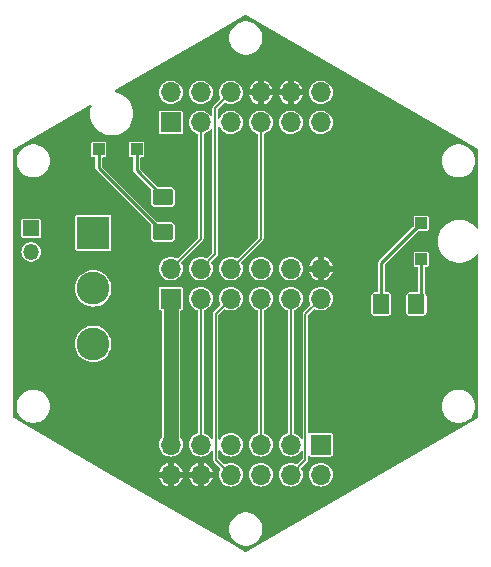
<source format=gbr>
%TF.GenerationSoftware,KiCad,Pcbnew,7.0.5*%
%TF.CreationDate,2024-01-18T17:38:35-05:00*%
%TF.ProjectId,CONN,434f4e4e-2e6b-4696-9361-645f70636258,rev?*%
%TF.SameCoordinates,Original*%
%TF.FileFunction,Copper,L1,Top*%
%TF.FilePolarity,Positive*%
%FSLAX46Y46*%
G04 Gerber Fmt 4.6, Leading zero omitted, Abs format (unit mm)*
G04 Created by KiCad (PCBNEW 7.0.5) date 2024-01-18 17:38:35*
%MOMM*%
%LPD*%
G01*
G04 APERTURE LIST*
G04 Aperture macros list*
%AMRoundRect*
0 Rectangle with rounded corners*
0 $1 Rounding radius*
0 $2 $3 $4 $5 $6 $7 $8 $9 X,Y pos of 4 corners*
0 Add a 4 corners polygon primitive as box body*
4,1,4,$2,$3,$4,$5,$6,$7,$8,$9,$2,$3,0*
0 Add four circle primitives for the rounded corners*
1,1,$1+$1,$2,$3*
1,1,$1+$1,$4,$5*
1,1,$1+$1,$6,$7*
1,1,$1+$1,$8,$9*
0 Add four rect primitives between the rounded corners*
20,1,$1+$1,$2,$3,$4,$5,0*
20,1,$1+$1,$4,$5,$6,$7,0*
20,1,$1+$1,$6,$7,$8,$9,0*
20,1,$1+$1,$8,$9,$2,$3,0*%
G04 Aperture macros list end*
%TA.AperFunction,SMDPad,CuDef*%
%ADD10R,1.000000X1.000000*%
%TD*%
%TA.AperFunction,SMDPad,CuDef*%
%ADD11RoundRect,0.250001X0.624999X-0.462499X0.624999X0.462499X-0.624999X0.462499X-0.624999X-0.462499X0*%
%TD*%
%TA.AperFunction,ComponentPad*%
%ADD12R,1.350000X1.350000*%
%TD*%
%TA.AperFunction,ComponentPad*%
%ADD13O,1.350000X1.350000*%
%TD*%
%TA.AperFunction,ComponentPad*%
%ADD14R,1.700000X1.700000*%
%TD*%
%TA.AperFunction,ComponentPad*%
%ADD15O,1.700000X1.700000*%
%TD*%
%TA.AperFunction,ComponentPad*%
%ADD16R,2.775000X2.775000*%
%TD*%
%TA.AperFunction,ComponentPad*%
%ADD17C,2.775000*%
%TD*%
%TA.AperFunction,SMDPad,CuDef*%
%ADD18RoundRect,0.250001X0.462499X0.624999X-0.462499X0.624999X-0.462499X-0.624999X0.462499X-0.624999X0*%
%TD*%
%TA.AperFunction,ViaPad*%
%ADD19C,0.660400*%
%TD*%
%TA.AperFunction,Conductor*%
%ADD20C,0.152400*%
%TD*%
%TA.AperFunction,Conductor*%
%ADD21C,1.270000*%
%TD*%
%TA.AperFunction,Conductor*%
%ADD22C,0.254000*%
%TD*%
G04 APERTURE END LIST*
D10*
%TO.P,TP1,1,1*%
%TO.N,Net-(D1-K)*%
X165010000Y-98048621D03*
%TD*%
D11*
%TO.P,D2,1,K*%
%TO.N,Net-(D2-K)*%
X143160000Y-95748621D03*
%TO.P,D2,2,A*%
%TO.N,Net-(D2-A)*%
X143160000Y-92773621D03*
%TD*%
D12*
%TO.P,J10,1,Pin_1*%
%TO.N,Net-(J10-Pin_1)*%
X131990000Y-95428621D03*
D13*
%TO.P,J10,2,Pin_2*%
%TO.N,Net-(J10-Pin_2)*%
X131990000Y-97428621D03*
%TD*%
D14*
%TO.P,J1,1,Pin_1*%
%TO.N,/VBAT*%
X143810000Y-86465599D03*
D15*
%TO.P,J1,2,Pin_2*%
%TO.N,/D8*%
X143810000Y-83925599D03*
%TO.P,J1,3,Pin_3*%
%TO.N,/A5*%
X146350000Y-86465599D03*
%TO.P,J1,4,Pin_4*%
%TO.N,/A3*%
X146350000Y-83925599D03*
%TO.P,J1,5,Pin_5*%
%TO.N,+5V*%
X148890000Y-86465599D03*
%TO.P,J1,6,Pin_6*%
%TO.N,/A2*%
X148890000Y-83925599D03*
%TO.P,J1,7,Pin_7*%
%TO.N,/RXD*%
X151430000Y-86465599D03*
%TO.P,J1,8,Pin_8*%
%TO.N,GND*%
X151430000Y-83925599D03*
%TO.P,J1,9,Pin_9*%
%TO.N,/BURN_EN*%
X153970000Y-86465599D03*
%TO.P,J1,10,Pin_10*%
%TO.N,GND*%
X153970000Y-83925599D03*
%TO.P,J1,11,Pin_11*%
%TO.N,/SDA*%
X156510000Y-86465599D03*
%TO.P,J1,12,Pin_12*%
%TO.N,/SCL*%
X156510000Y-83925599D03*
%TD*%
D16*
%TO.P,S1,1*%
%TO.N,Net-(J10-Pin_1)*%
X137240000Y-95804610D03*
D17*
%TO.P,S1,2*%
%TO.N,Net-(J10-Pin_2)*%
X137240000Y-100504610D03*
%TO.P,S1,3*%
%TO.N,unconnected-(S1-Pad3)*%
X137240000Y-105204610D03*
%TD*%
D18*
%TO.P,D1,1,K*%
%TO.N,Net-(D1-K)*%
X164597500Y-101848621D03*
%TO.P,D1,2,A*%
%TO.N,Net-(D1-A)*%
X161622500Y-101848621D03*
%TD*%
D14*
%TO.P,J2,1,Pin_1*%
%TO.N,/D12*%
X156510000Y-113743621D03*
D15*
%TO.P,J2,2,Pin_2*%
%TO.N,/D10*%
X156510000Y-116283621D03*
%TO.P,J2,3,Pin_3*%
%TO.N,/MOSI*%
X153970000Y-113743621D03*
%TO.P,J2,4,Pin_4*%
%TO.N,/D1*%
X153970000Y-116283621D03*
%TO.P,J2,5,Pin_5*%
%TO.N,/SCK*%
X151430000Y-113743621D03*
%TO.P,J2,6,Pin_6*%
%TO.N,/D3*%
X151430000Y-116283621D03*
%TO.P,J2,7,Pin_7*%
%TO.N,/D2*%
X148890000Y-113743621D03*
%TO.P,J2,8,Pin_8*%
%TO.N,/A4*%
X148890000Y-116283621D03*
%TO.P,J2,9,Pin_9*%
%TO.N,/MISO*%
X146350000Y-113743621D03*
%TO.P,J2,10,Pin_10*%
%TO.N,GND*%
X146350000Y-116283621D03*
%TO.P,J2,11,Pin_11*%
%TO.N,/BAT_BR*%
X143810000Y-113743621D03*
%TO.P,J2,12,Pin_12*%
%TO.N,GND*%
X143810000Y-116283621D03*
%TD*%
D10*
%TO.P,TP4,1,1*%
%TO.N,Net-(D2-A)*%
X140910000Y-88748621D03*
%TD*%
%TO.P,TP3,1,1*%
%TO.N,Net-(D2-K)*%
X137710000Y-88748621D03*
%TD*%
%TO.P,TP2,1,1*%
%TO.N,Net-(D1-A)*%
X165010000Y-94998621D03*
%TD*%
D14*
%TO.P,J3,1,Pin_1*%
%TO.N,/BAT_BR*%
X143810000Y-101373621D03*
D15*
%TO.P,J3,2,Pin_2*%
%TO.N,/A5*%
X143810000Y-98833621D03*
%TO.P,J3,3,Pin_3*%
%TO.N,/MISO*%
X146350000Y-101373621D03*
%TO.P,J3,4,Pin_4*%
%TO.N,/A2*%
X146350000Y-98833621D03*
%TO.P,J3,5,Pin_5*%
%TO.N,/A4*%
X148890000Y-101373621D03*
%TO.P,J3,6,Pin_6*%
%TO.N,/RXD*%
X148890000Y-98833621D03*
%TO.P,J3,7,Pin_7*%
%TO.N,/SCK*%
X151430000Y-101373621D03*
%TO.P,J3,8,Pin_8*%
%TO.N,/D2*%
X151430000Y-98833621D03*
%TO.P,J3,9,Pin_9*%
%TO.N,/MOSI*%
X153970000Y-101373621D03*
%TO.P,J3,10,Pin_10*%
%TO.N,/D3*%
X153970000Y-98833621D03*
%TO.P,J3,11,Pin_11*%
%TO.N,/D1*%
X156510000Y-101373621D03*
%TO.P,J3,12,Pin_12*%
%TO.N,GND*%
X156510000Y-98833621D03*
%TD*%
D19*
%TO.N,GND*%
X150410000Y-91198621D03*
X158160000Y-97198621D03*
X142160000Y-100698621D03*
X152160000Y-118198621D03*
X140160000Y-100698621D03*
X162160000Y-87198621D03*
X154160000Y-89198621D03*
X156160000Y-95198621D03*
X132160000Y-102698621D03*
X166160000Y-93198621D03*
X164160000Y-109198621D03*
X160160000Y-89198621D03*
X163260000Y-99598621D03*
X150160000Y-82198621D03*
X142160000Y-106698621D03*
X150160000Y-105198621D03*
X164160000Y-105198621D03*
X150410000Y-95198621D03*
X156160000Y-111198621D03*
X152160000Y-89198621D03*
X136160000Y-89198621D03*
X158160000Y-93198621D03*
X160160000Y-111198621D03*
X156160000Y-97198621D03*
X141010000Y-92048621D03*
X164160000Y-91198621D03*
X166160000Y-101198621D03*
X140160000Y-111198621D03*
X142160000Y-108698621D03*
X152160000Y-95198621D03*
X150410000Y-89198621D03*
X160160000Y-91198621D03*
X162160000Y-95198621D03*
X136160000Y-113198621D03*
X160160000Y-95198621D03*
X158160000Y-111198621D03*
X166160000Y-105198621D03*
X162160000Y-109198621D03*
X156160000Y-103198621D03*
X154160000Y-80198621D03*
X146160000Y-82198621D03*
X145160000Y-89198621D03*
X146160000Y-80198621D03*
X145160000Y-91198621D03*
X152160000Y-93198621D03*
X154160000Y-93198621D03*
X146160000Y-118198621D03*
X156160000Y-82198621D03*
X162160000Y-105198621D03*
X166160000Y-103198621D03*
X168160000Y-99198621D03*
X136160000Y-87198621D03*
X138160000Y-102698621D03*
X148410000Y-91198621D03*
X160160000Y-97198621D03*
X138160000Y-111198621D03*
X154160000Y-82198621D03*
X142160000Y-104698621D03*
X140160000Y-96198621D03*
X162160000Y-111198621D03*
X158160000Y-103198621D03*
X162160000Y-113198621D03*
X136160000Y-111198621D03*
X148410000Y-93198621D03*
X166160000Y-99198621D03*
X154160000Y-119698621D03*
X162160000Y-93198621D03*
X132160000Y-93198621D03*
X141660000Y-87198621D03*
X154160000Y-118198621D03*
X168160000Y-93198621D03*
X164160000Y-111198621D03*
X139510000Y-90248621D03*
X148160000Y-82198621D03*
X162160000Y-91198621D03*
X160160000Y-85198621D03*
X164160000Y-93198621D03*
X142160000Y-102698621D03*
X166160000Y-107198621D03*
X143160000Y-89198621D03*
X134160000Y-106698621D03*
X140160000Y-102698621D03*
X168160000Y-105198621D03*
X158160000Y-99198621D03*
X158160000Y-89198621D03*
X156160000Y-107198621D03*
X136160000Y-108698621D03*
X145160000Y-93198621D03*
X141660000Y-83698621D03*
X160160000Y-109198621D03*
X134160000Y-102698621D03*
X152160000Y-97198621D03*
X145160000Y-111198621D03*
X156160000Y-91198621D03*
X162160000Y-107198621D03*
X166160000Y-87198621D03*
X160160000Y-87198621D03*
X162160000Y-85198621D03*
X154160000Y-91198621D03*
X136160000Y-91198621D03*
X156160000Y-93198621D03*
X160160000Y-107198621D03*
X144160000Y-82198621D03*
X138160000Y-93198621D03*
X145160000Y-109198621D03*
X145160000Y-105198621D03*
X148160000Y-118198621D03*
X156160000Y-118198621D03*
X136160000Y-102698621D03*
X156160000Y-105198621D03*
X138160000Y-115198621D03*
X140160000Y-104698621D03*
X158160000Y-95198621D03*
X146160000Y-119698621D03*
X150160000Y-109198621D03*
X136160000Y-93198621D03*
X142160000Y-111198621D03*
X148410000Y-89198621D03*
X140160000Y-98198621D03*
X158160000Y-107198621D03*
X152160000Y-91198621D03*
X132160000Y-104698621D03*
X150410000Y-93198621D03*
X136160000Y-98198621D03*
X164160000Y-87198621D03*
X156160000Y-89198621D03*
X162160000Y-115198621D03*
X150160000Y-107198621D03*
X168160000Y-107198621D03*
X140160000Y-108698621D03*
X138160000Y-113198621D03*
X158160000Y-105198621D03*
X158160000Y-109198621D03*
X164160000Y-113198621D03*
X160160000Y-115198621D03*
X152160000Y-82198621D03*
X150160000Y-118198621D03*
X156160000Y-109198621D03*
X132160000Y-100698621D03*
X134160000Y-104698621D03*
X168160000Y-103198621D03*
X140160000Y-113198621D03*
X160160000Y-99198621D03*
X148410000Y-95198621D03*
X164160000Y-107198621D03*
X154160000Y-97198621D03*
X144160000Y-118198621D03*
X145160000Y-95198621D03*
X150160000Y-111198621D03*
X158160000Y-91198621D03*
X160160000Y-93198621D03*
X164160000Y-89198621D03*
X134160000Y-93198621D03*
X140160000Y-106698621D03*
X168160000Y-101198621D03*
X145160000Y-107198621D03*
X138160000Y-98198621D03*
X162160000Y-89198621D03*
X140160000Y-115198621D03*
X154160000Y-95198621D03*
X138160000Y-108698621D03*
X132160000Y-106698621D03*
X158160000Y-101198621D03*
X160160000Y-105198621D03*
X160160000Y-113198621D03*
X142160000Y-98198621D03*
%TD*%
D20*
%TO.N,/A5*%
X143810000Y-98833621D02*
X146350000Y-96293621D01*
X146350000Y-96293621D02*
X146350000Y-86465599D01*
%TO.N,/RXD*%
X151430000Y-96293621D02*
X151430000Y-86465599D01*
X148890000Y-98833621D02*
X151430000Y-96293621D01*
%TO.N,/A2*%
X148890000Y-83925599D02*
X147560000Y-85255599D01*
X147560000Y-85255599D02*
X147560000Y-97623621D01*
X147560000Y-97623621D02*
X146350000Y-98833621D01*
D21*
%TO.N,/BAT_BR*%
X143810000Y-101373621D02*
X143810000Y-113743621D01*
D20*
%TO.N,/MOSI*%
X153970000Y-113743621D02*
X153970000Y-101373621D01*
%TO.N,/D1*%
X155210000Y-115043621D02*
X155210000Y-102673621D01*
X155210000Y-102673621D02*
X156510000Y-101373621D01*
X153970000Y-116283621D02*
X155210000Y-115043621D01*
%TO.N,/SCK*%
X151430000Y-113743621D02*
X151430000Y-101373621D01*
%TO.N,/A4*%
X148890000Y-116283621D02*
X147610000Y-115003621D01*
X147610000Y-115003621D02*
X147610000Y-102653621D01*
X147610000Y-102653621D02*
X148890000Y-101373621D01*
%TO.N,/MISO*%
X146350000Y-113743621D02*
X146350000Y-101373621D01*
D22*
%TO.N,Net-(D1-K)*%
X165010000Y-101436121D02*
X165010000Y-98048621D01*
X164597500Y-101848621D02*
X165010000Y-101436121D01*
%TO.N,Net-(D1-A)*%
X161622500Y-98386121D02*
X161622500Y-101848621D01*
X165010000Y-94998621D02*
X161622500Y-98386121D01*
%TO.N,Net-(D2-K)*%
X137710000Y-88748621D02*
X137710000Y-90298621D01*
X137710000Y-90298621D02*
X143160000Y-95748621D01*
%TO.N,Net-(D2-A)*%
X140910000Y-90523621D02*
X143160000Y-92773621D01*
X140910000Y-88748621D02*
X140910000Y-90523621D01*
%TD*%
%TA.AperFunction,Conductor*%
%TO.N,GND*%
G36*
X150203946Y-77388502D02*
G01*
X169810750Y-88708494D01*
X169849399Y-88754554D01*
X169854700Y-88784618D01*
X169854700Y-95369390D01*
X169834135Y-95425891D01*
X169782064Y-95455955D01*
X169722850Y-95445514D01*
X169698077Y-95424195D01*
X169581609Y-95278149D01*
X169579048Y-95275773D01*
X169452369Y-95158232D01*
X169380989Y-95092001D01*
X169380985Y-95091998D01*
X169380981Y-95091995D01*
X169154863Y-94937830D01*
X169154864Y-94937830D01*
X168908293Y-94819089D01*
X168908290Y-94819088D01*
X168646771Y-94738420D01*
X168646767Y-94738419D01*
X168646766Y-94738419D01*
X168376151Y-94697630D01*
X168376149Y-94697630D01*
X168102471Y-94697630D01*
X168102468Y-94697630D01*
X167831853Y-94738419D01*
X167831850Y-94738419D01*
X167831849Y-94738420D01*
X167701089Y-94778753D01*
X167570326Y-94819089D01*
X167323757Y-94937830D01*
X167097637Y-95091995D01*
X167097628Y-95092003D01*
X166897013Y-95278146D01*
X166726377Y-95492116D01*
X166589536Y-95729131D01*
X166589535Y-95729132D01*
X166489551Y-95983890D01*
X166489549Y-95983895D01*
X166428652Y-96250702D01*
X166428650Y-96250710D01*
X166408199Y-96523618D01*
X166408199Y-96523623D01*
X166428650Y-96796531D01*
X166428651Y-96796534D01*
X166489550Y-97063350D01*
X166500020Y-97090027D01*
X166589535Y-97318109D01*
X166589536Y-97318110D01*
X166726375Y-97555123D01*
X166890789Y-97761290D01*
X166897013Y-97769095D01*
X166920264Y-97790669D01*
X167074306Y-97933599D01*
X167097628Y-97955238D01*
X167097637Y-97955246D01*
X167232595Y-98047258D01*
X167323755Y-98109410D01*
X167323757Y-98109411D01*
X167323756Y-98109411D01*
X167426495Y-98158887D01*
X167570330Y-98228154D01*
X167831849Y-98308822D01*
X168102471Y-98349612D01*
X168102476Y-98349612D01*
X168376144Y-98349612D01*
X168376149Y-98349612D01*
X168646771Y-98308822D01*
X168908290Y-98228154D01*
X169154866Y-98109410D01*
X169380989Y-97955241D01*
X169581609Y-97769093D01*
X169698078Y-97623044D01*
X169749383Y-97591694D01*
X169808839Y-97600655D01*
X169848624Y-97645738D01*
X169854700Y-97677851D01*
X169854700Y-111424599D01*
X169834135Y-111481100D01*
X169810750Y-111500723D01*
X150203949Y-122820715D01*
X150144735Y-122831156D01*
X150116049Y-122820715D01*
X149138254Y-122256185D01*
X146770601Y-120889220D01*
X148749884Y-120889220D01*
X148769115Y-121121316D01*
X148769116Y-121121322D01*
X148826286Y-121347080D01*
X148826289Y-121347088D01*
X148897987Y-121510541D01*
X148919840Y-121560361D01*
X148919844Y-121560367D01*
X149047215Y-121755325D01*
X149047216Y-121755327D01*
X149047220Y-121755331D01*
X149204954Y-121926676D01*
X149388740Y-122069722D01*
X149593563Y-122180567D01*
X149813837Y-122256187D01*
X149813839Y-122256187D01*
X149813841Y-122256188D01*
X150043550Y-122294520D01*
X150043554Y-122294520D01*
X150276450Y-122294520D01*
X150506158Y-122256188D01*
X150506158Y-122256187D01*
X150506163Y-122256187D01*
X150726437Y-122180567D01*
X150931260Y-122069722D01*
X151115046Y-121926676D01*
X151272780Y-121755331D01*
X151400160Y-121560361D01*
X151493712Y-121347084D01*
X151550884Y-121121317D01*
X151570116Y-120889220D01*
X151550884Y-120657123D01*
X151550883Y-120657117D01*
X151493713Y-120431359D01*
X151493710Y-120431351D01*
X151400164Y-120218089D01*
X151400160Y-120218079D01*
X151319435Y-120094520D01*
X151272784Y-120023114D01*
X151272783Y-120023112D01*
X151115050Y-119851768D01*
X151115048Y-119851767D01*
X151115046Y-119851764D01*
X150931260Y-119708718D01*
X150726437Y-119597873D01*
X150726433Y-119597871D01*
X150726430Y-119597870D01*
X150506167Y-119522254D01*
X150506158Y-119522251D01*
X150276450Y-119483920D01*
X150276446Y-119483920D01*
X150043554Y-119483920D01*
X150043550Y-119483920D01*
X149813841Y-119522251D01*
X149813832Y-119522254D01*
X149593569Y-119597870D01*
X149388740Y-119708718D01*
X149204949Y-119851768D01*
X149047216Y-120023112D01*
X149047215Y-120023114D01*
X148919844Y-120218072D01*
X148919835Y-120218089D01*
X148826289Y-120431351D01*
X148826286Y-120431359D01*
X148769116Y-120657117D01*
X148769115Y-120657123D01*
X148749884Y-120889220D01*
X146770601Y-120889220D01*
X138353527Y-116029620D01*
X142813001Y-116029620D01*
X142813002Y-116029621D01*
X143378884Y-116029621D01*
X143350507Y-116073777D01*
X143310000Y-116211732D01*
X143310000Y-116355510D01*
X143350507Y-116493465D01*
X143378884Y-116537621D01*
X142813002Y-116537621D01*
X142855840Y-116678841D01*
X142855840Y-116678843D01*
X142951281Y-116857399D01*
X143079717Y-117013899D01*
X143079721Y-117013903D01*
X143236221Y-117142339D01*
X143414778Y-117237780D01*
X143555999Y-117280619D01*
X143556000Y-117280619D01*
X143556000Y-116717295D01*
X143667685Y-116768301D01*
X143774237Y-116783621D01*
X143845763Y-116783621D01*
X143952315Y-116768301D01*
X144064000Y-116717295D01*
X144064000Y-117280619D01*
X144205220Y-117237780D01*
X144205222Y-117237780D01*
X144383778Y-117142339D01*
X144540278Y-117013903D01*
X144540282Y-117013899D01*
X144668718Y-116857399D01*
X144764159Y-116678843D01*
X144764159Y-116678841D01*
X144806998Y-116537621D01*
X144241116Y-116537621D01*
X144269493Y-116493465D01*
X144310000Y-116355510D01*
X144310000Y-116211732D01*
X144269493Y-116073777D01*
X144241116Y-116029621D01*
X144806998Y-116029621D01*
X144806998Y-116029620D01*
X145353001Y-116029620D01*
X145353002Y-116029621D01*
X145918884Y-116029621D01*
X145890507Y-116073777D01*
X145850000Y-116211732D01*
X145850000Y-116355510D01*
X145890507Y-116493465D01*
X145918884Y-116537621D01*
X145353002Y-116537621D01*
X145395840Y-116678841D01*
X145395840Y-116678843D01*
X145491281Y-116857399D01*
X145619717Y-117013899D01*
X145619721Y-117013903D01*
X145776221Y-117142339D01*
X145954778Y-117237780D01*
X146095999Y-117280619D01*
X146096000Y-117280618D01*
X146096000Y-116717295D01*
X146207685Y-116768301D01*
X146314237Y-116783621D01*
X146385763Y-116783621D01*
X146492315Y-116768301D01*
X146604000Y-116717295D01*
X146604000Y-117280619D01*
X146745220Y-117237780D01*
X146745222Y-117237780D01*
X146923778Y-117142339D01*
X147080278Y-117013903D01*
X147080282Y-117013899D01*
X147208718Y-116857399D01*
X147304159Y-116678843D01*
X147304159Y-116678841D01*
X147346998Y-116537621D01*
X146781116Y-116537621D01*
X146809493Y-116493465D01*
X146850000Y-116355510D01*
X146850000Y-116211732D01*
X146809493Y-116073777D01*
X146781116Y-116029621D01*
X147346998Y-116029621D01*
X147346998Y-116029620D01*
X147304159Y-115888400D01*
X147304159Y-115888398D01*
X147208718Y-115709842D01*
X147080282Y-115553342D01*
X147080278Y-115553338D01*
X146923778Y-115424902D01*
X146745225Y-115329463D01*
X146604000Y-115286622D01*
X146604000Y-115849946D01*
X146492315Y-115798941D01*
X146385763Y-115783621D01*
X146314237Y-115783621D01*
X146207685Y-115798941D01*
X146096000Y-115849946D01*
X146096000Y-115286622D01*
X145954774Y-115329463D01*
X145776221Y-115424902D01*
X145619721Y-115553338D01*
X145619717Y-115553342D01*
X145491281Y-115709842D01*
X145395840Y-115888398D01*
X145395840Y-115888400D01*
X145353001Y-116029620D01*
X144806998Y-116029620D01*
X144764159Y-115888400D01*
X144764159Y-115888398D01*
X144668718Y-115709842D01*
X144540282Y-115553342D01*
X144540278Y-115553338D01*
X144383778Y-115424902D01*
X144205225Y-115329463D01*
X144064000Y-115286622D01*
X144064000Y-115849946D01*
X143952315Y-115798941D01*
X143845763Y-115783621D01*
X143774237Y-115783621D01*
X143667685Y-115798941D01*
X143556000Y-115849946D01*
X143556000Y-115286622D01*
X143414774Y-115329463D01*
X143236221Y-115424902D01*
X143079721Y-115553338D01*
X143079717Y-115553342D01*
X142951281Y-115709842D01*
X142855840Y-115888398D01*
X142855840Y-115888400D01*
X142813001Y-116029620D01*
X138353527Y-116029620D01*
X134394061Y-113743621D01*
X142802247Y-113743621D01*
X142821612Y-113940230D01*
X142878957Y-114129269D01*
X142878958Y-114129271D01*
X142972084Y-114303499D01*
X143097411Y-114456210D01*
X143250122Y-114581537D01*
X143424350Y-114674663D01*
X143613397Y-114732010D01*
X143810000Y-114751374D01*
X144006603Y-114732010D01*
X144195650Y-114674663D01*
X144369878Y-114581537D01*
X144522589Y-114456210D01*
X144647916Y-114303499D01*
X144741042Y-114129271D01*
X144798389Y-113940224D01*
X144817753Y-113743621D01*
X145342247Y-113743621D01*
X145361612Y-113940230D01*
X145418957Y-114129269D01*
X145418958Y-114129271D01*
X145512084Y-114303499D01*
X145637411Y-114456210D01*
X145790122Y-114581537D01*
X145964350Y-114674663D01*
X146153397Y-114732010D01*
X146350000Y-114751374D01*
X146546603Y-114732010D01*
X146735650Y-114674663D01*
X146909878Y-114581537D01*
X147062589Y-114456210D01*
X147187916Y-114303499D01*
X147215479Y-114251930D01*
X147260250Y-114211796D01*
X147320345Y-114209829D01*
X147367645Y-114246950D01*
X147380900Y-114293367D01*
X147380900Y-114996471D01*
X147380840Y-114998772D01*
X147379485Y-115024634D01*
X147378666Y-115040260D01*
X147387177Y-115062433D01*
X147391092Y-115075650D01*
X147396031Y-115098888D01*
X147400124Y-115104521D01*
X147411071Y-115124682D01*
X147413567Y-115131183D01*
X147413568Y-115131185D01*
X147430364Y-115147982D01*
X147439320Y-115158468D01*
X147453276Y-115177677D01*
X147453278Y-115177679D01*
X147459308Y-115181160D01*
X147477510Y-115195127D01*
X147989978Y-115707595D01*
X148015389Y-115762089D01*
X148005344Y-115811185D01*
X147958958Y-115897968D01*
X147958957Y-115897972D01*
X147901612Y-116087011D01*
X147882247Y-116283621D01*
X147901612Y-116480230D01*
X147958957Y-116669269D01*
X147958958Y-116669271D01*
X148052084Y-116843499D01*
X148177411Y-116996210D01*
X148330122Y-117121537D01*
X148504350Y-117214663D01*
X148693397Y-117272010D01*
X148890000Y-117291374D01*
X149086603Y-117272010D01*
X149275650Y-117214663D01*
X149449878Y-117121537D01*
X149602589Y-116996210D01*
X149727916Y-116843499D01*
X149821042Y-116669271D01*
X149878389Y-116480224D01*
X149897753Y-116283621D01*
X150422247Y-116283621D01*
X150441612Y-116480230D01*
X150498957Y-116669269D01*
X150498958Y-116669271D01*
X150592084Y-116843499D01*
X150717411Y-116996210D01*
X150870122Y-117121537D01*
X151044350Y-117214663D01*
X151233397Y-117272010D01*
X151430000Y-117291374D01*
X151626603Y-117272010D01*
X151815650Y-117214663D01*
X151989878Y-117121537D01*
X152142589Y-116996210D01*
X152267916Y-116843499D01*
X152361042Y-116669271D01*
X152418389Y-116480224D01*
X152437753Y-116283621D01*
X152962247Y-116283621D01*
X152981612Y-116480230D01*
X153038957Y-116669269D01*
X153038958Y-116669271D01*
X153132084Y-116843499D01*
X153257411Y-116996210D01*
X153410122Y-117121537D01*
X153584350Y-117214663D01*
X153773397Y-117272010D01*
X153970000Y-117291374D01*
X154166603Y-117272010D01*
X154355650Y-117214663D01*
X154529878Y-117121537D01*
X154682589Y-116996210D01*
X154807916Y-116843499D01*
X154901042Y-116669271D01*
X154958389Y-116480224D01*
X154977753Y-116283621D01*
X155502247Y-116283621D01*
X155521612Y-116480230D01*
X155578957Y-116669269D01*
X155578958Y-116669271D01*
X155672084Y-116843499D01*
X155797411Y-116996210D01*
X155950122Y-117121537D01*
X156124350Y-117214663D01*
X156313397Y-117272010D01*
X156510000Y-117291374D01*
X156706603Y-117272010D01*
X156895650Y-117214663D01*
X157069878Y-117121537D01*
X157222589Y-116996210D01*
X157347916Y-116843499D01*
X157441042Y-116669271D01*
X157498389Y-116480224D01*
X157517753Y-116283621D01*
X157498389Y-116087018D01*
X157441042Y-115897971D01*
X157347916Y-115723743D01*
X157222589Y-115571032D01*
X157069878Y-115445705D01*
X156895650Y-115352579D01*
X156895649Y-115352578D01*
X156895648Y-115352578D01*
X156706609Y-115295233D01*
X156706604Y-115295232D01*
X156706603Y-115295232D01*
X156510000Y-115275868D01*
X156509999Y-115275868D01*
X156462657Y-115280530D01*
X156313397Y-115295232D01*
X156313395Y-115295232D01*
X156313390Y-115295233D01*
X156124351Y-115352578D01*
X155950121Y-115445705D01*
X155797413Y-115571030D01*
X155797409Y-115571034D01*
X155672084Y-115723742D01*
X155578957Y-115897972D01*
X155521612Y-116087011D01*
X155502247Y-116283621D01*
X154977753Y-116283621D01*
X154958389Y-116087018D01*
X154901042Y-115897971D01*
X154901041Y-115897970D01*
X154901041Y-115897968D01*
X154854655Y-115811185D01*
X154846157Y-115751662D01*
X154870019Y-115707597D01*
X155366975Y-115210641D01*
X155368608Y-115209092D01*
X155399486Y-115181291D01*
X155409145Y-115159594D01*
X155415721Y-115147482D01*
X155428662Y-115127557D01*
X155429751Y-115120678D01*
X155436268Y-115098675D01*
X155439100Y-115092318D01*
X155439100Y-115068568D01*
X155440182Y-115054818D01*
X155443897Y-115031362D01*
X155443896Y-115031357D01*
X155442095Y-115024634D01*
X155439100Y-115001886D01*
X155439100Y-114794359D01*
X155459665Y-114737858D01*
X155511736Y-114707794D01*
X155570950Y-114718235D01*
X155575811Y-114721258D01*
X155600342Y-114737649D01*
X155644943Y-114746521D01*
X157375056Y-114746520D01*
X157375058Y-114746520D01*
X157387750Y-114743995D01*
X157419658Y-114737649D01*
X157470234Y-114703855D01*
X157504028Y-114653279D01*
X157512900Y-114608678D01*
X157512899Y-112878565D01*
X157512899Y-112878564D01*
X157512899Y-112878562D01*
X157509111Y-112859523D01*
X157504028Y-112833963D01*
X157470234Y-112783387D01*
X157465553Y-112780259D01*
X157419658Y-112749592D01*
X157382456Y-112742192D01*
X157375057Y-112740721D01*
X157375056Y-112740721D01*
X155644941Y-112740721D01*
X155600341Y-112749593D01*
X155600339Y-112749594D01*
X155575834Y-112765968D01*
X155517430Y-112780259D01*
X155463504Y-112753666D01*
X155439288Y-112698630D01*
X155439100Y-112692882D01*
X155439100Y-110496914D01*
X166749884Y-110496914D01*
X166769115Y-110729011D01*
X166769116Y-110729017D01*
X166826286Y-110954775D01*
X166826289Y-110954783D01*
X166897987Y-111118236D01*
X166919840Y-111168056D01*
X166919844Y-111168062D01*
X167047215Y-111363020D01*
X167047216Y-111363022D01*
X167173979Y-111500724D01*
X167204954Y-111534371D01*
X167388740Y-111677417D01*
X167593563Y-111788262D01*
X167813837Y-111863882D01*
X167813839Y-111863882D01*
X167813841Y-111863883D01*
X168043550Y-111902215D01*
X168043554Y-111902215D01*
X168276450Y-111902215D01*
X168506158Y-111863883D01*
X168506158Y-111863882D01*
X168506163Y-111863882D01*
X168726437Y-111788262D01*
X168931260Y-111677417D01*
X169115046Y-111534371D01*
X169272780Y-111363026D01*
X169400160Y-111168056D01*
X169493712Y-110954779D01*
X169550884Y-110729012D01*
X169570116Y-110496915D01*
X169550884Y-110264818D01*
X169550883Y-110264812D01*
X169493713Y-110039054D01*
X169493710Y-110039046D01*
X169400164Y-109825784D01*
X169400160Y-109825774D01*
X169319435Y-109702215D01*
X169272784Y-109630809D01*
X169272783Y-109630807D01*
X169115050Y-109459463D01*
X169115048Y-109459462D01*
X169115046Y-109459459D01*
X168931260Y-109316413D01*
X168726437Y-109205568D01*
X168726433Y-109205566D01*
X168726430Y-109205565D01*
X168506167Y-109129949D01*
X168506158Y-109129946D01*
X168276450Y-109091615D01*
X168276446Y-109091615D01*
X168043554Y-109091615D01*
X168043550Y-109091615D01*
X167813841Y-109129946D01*
X167813832Y-109129949D01*
X167593569Y-109205565D01*
X167388740Y-109316413D01*
X167204949Y-109459463D01*
X167047216Y-109630807D01*
X167047215Y-109630809D01*
X166919844Y-109825767D01*
X166919835Y-109825784D01*
X166826289Y-110039046D01*
X166826286Y-110039054D01*
X166769116Y-110264812D01*
X166769115Y-110264818D01*
X166749884Y-110496914D01*
X155439100Y-110496914D01*
X155439100Y-102804926D01*
X155459665Y-102748425D01*
X155464845Y-102742771D01*
X155691666Y-102515950D01*
X155702291Y-102505325D01*
X160757100Y-102505325D01*
X160757101Y-102505327D01*
X160772042Y-102599672D01*
X160772043Y-102599675D01*
X160820793Y-102695354D01*
X160829984Y-102713391D01*
X160920230Y-102803637D01*
X161033946Y-102861578D01*
X161128293Y-102876521D01*
X162116706Y-102876520D01*
X162211054Y-102861578D01*
X162324770Y-102803637D01*
X162415016Y-102713391D01*
X162472957Y-102599675D01*
X162487900Y-102505328D01*
X162487900Y-102505325D01*
X163732100Y-102505325D01*
X163732101Y-102505327D01*
X163747042Y-102599672D01*
X163747043Y-102599675D01*
X163795793Y-102695354D01*
X163804984Y-102713391D01*
X163895230Y-102803637D01*
X164008946Y-102861578D01*
X164103293Y-102876521D01*
X165091706Y-102876520D01*
X165186054Y-102861578D01*
X165299770Y-102803637D01*
X165390016Y-102713391D01*
X165447957Y-102599675D01*
X165462900Y-102505328D01*
X165462899Y-101191915D01*
X165447957Y-101097567D01*
X165390016Y-100983851D01*
X165315644Y-100909479D01*
X165290234Y-100854987D01*
X165289900Y-100847326D01*
X165289900Y-98789420D01*
X165310465Y-98732919D01*
X165362536Y-98702855D01*
X165377800Y-98701520D01*
X165525058Y-98701520D01*
X165537750Y-98698995D01*
X165569658Y-98692649D01*
X165620234Y-98658855D01*
X165654028Y-98608279D01*
X165662900Y-98563678D01*
X165662899Y-97533565D01*
X165662899Y-97533564D01*
X165662899Y-97533562D01*
X165654694Y-97492314D01*
X165654028Y-97488963D01*
X165620234Y-97438387D01*
X165620002Y-97438232D01*
X165569658Y-97404592D01*
X165532456Y-97397192D01*
X165525057Y-97395721D01*
X165525056Y-97395721D01*
X164494941Y-97395721D01*
X164450341Y-97404593D01*
X164399767Y-97438386D01*
X164399764Y-97438389D01*
X164365971Y-97488962D01*
X164357100Y-97533564D01*
X164357100Y-98563679D01*
X164365972Y-98608279D01*
X164399766Y-98658855D01*
X164416701Y-98670171D01*
X164450341Y-98692649D01*
X164457741Y-98694120D01*
X164494943Y-98701521D01*
X164642200Y-98701520D01*
X164698701Y-98722084D01*
X164728765Y-98774156D01*
X164730100Y-98789420D01*
X164730100Y-100732821D01*
X164709535Y-100789322D01*
X164657464Y-100819386D01*
X164642200Y-100820721D01*
X164103295Y-100820721D01*
X164103293Y-100820722D01*
X164008948Y-100835663D01*
X164008945Y-100835664D01*
X163895232Y-100893603D01*
X163804982Y-100983853D01*
X163747042Y-101097568D01*
X163732100Y-101191915D01*
X163732100Y-102505325D01*
X162487900Y-102505325D01*
X162487899Y-101191915D01*
X162472957Y-101097567D01*
X162415016Y-100983851D01*
X162324770Y-100893605D01*
X162324767Y-100893603D01*
X162211052Y-100835663D01*
X162211053Y-100835663D01*
X162131648Y-100823087D01*
X162116707Y-100820721D01*
X162116706Y-100820721D01*
X161990300Y-100820721D01*
X161933799Y-100800156D01*
X161903735Y-100748085D01*
X161902400Y-100732821D01*
X161902400Y-98538469D01*
X161922965Y-98481968D01*
X161928145Y-98476314D01*
X164727194Y-95677265D01*
X164781688Y-95651854D01*
X164789349Y-95651520D01*
X165525058Y-95651520D01*
X165537750Y-95648995D01*
X165569658Y-95642649D01*
X165620234Y-95608855D01*
X165654028Y-95558279D01*
X165662900Y-95513678D01*
X165662899Y-94483565D01*
X165662899Y-94483564D01*
X165662899Y-94483562D01*
X165659111Y-94464523D01*
X165654028Y-94438963D01*
X165620234Y-94388387D01*
X165620002Y-94388232D01*
X165569658Y-94354592D01*
X165532456Y-94347192D01*
X165525057Y-94345721D01*
X165525056Y-94345721D01*
X164494941Y-94345721D01*
X164450341Y-94354593D01*
X164399767Y-94388386D01*
X164399764Y-94388389D01*
X164365971Y-94438962D01*
X164357100Y-94483564D01*
X164357100Y-95219272D01*
X164336535Y-95275773D01*
X164331355Y-95281427D01*
X161467001Y-98145780D01*
X161456775Y-98153149D01*
X161457401Y-98153977D01*
X161450903Y-98158884D01*
X161420681Y-98192034D01*
X161419282Y-98193499D01*
X161406241Y-98206542D01*
X161406238Y-98206545D01*
X161404280Y-98209403D01*
X161400505Y-98214167D01*
X161380403Y-98236219D01*
X161380398Y-98236227D01*
X161376913Y-98245223D01*
X161367471Y-98263138D01*
X161362013Y-98271105D01*
X161355182Y-98300149D01*
X161353380Y-98305968D01*
X161342600Y-98333797D01*
X161342600Y-98343453D01*
X161340265Y-98363577D01*
X161338056Y-98372969D01*
X161342178Y-98402519D01*
X161342600Y-98408598D01*
X161342600Y-100732821D01*
X161322035Y-100789322D01*
X161269964Y-100819386D01*
X161254701Y-100820721D01*
X161128295Y-100820721D01*
X161128293Y-100820722D01*
X161033948Y-100835663D01*
X161033945Y-100835664D01*
X160920232Y-100893603D01*
X160829982Y-100983853D01*
X160772042Y-101097568D01*
X160757100Y-101191915D01*
X160757100Y-102505325D01*
X155702291Y-102505325D01*
X155933975Y-102273640D01*
X155988468Y-102248230D01*
X156037562Y-102258274D01*
X156124350Y-102304663D01*
X156218516Y-102333228D01*
X156309546Y-102360842D01*
X156313397Y-102362010D01*
X156510000Y-102381374D01*
X156706603Y-102362010D01*
X156895650Y-102304663D01*
X157069878Y-102211537D01*
X157222589Y-102086210D01*
X157347916Y-101933499D01*
X157441042Y-101759271D01*
X157498389Y-101570224D01*
X157517753Y-101373621D01*
X157498389Y-101177018D01*
X157441042Y-100987971D01*
X157347916Y-100813743D01*
X157222589Y-100661032D01*
X157069878Y-100535705D01*
X156895650Y-100442579D01*
X156895649Y-100442578D01*
X156895648Y-100442578D01*
X156706609Y-100385233D01*
X156706604Y-100385232D01*
X156706603Y-100385232D01*
X156510000Y-100365868D01*
X156509999Y-100365868D01*
X156462657Y-100370530D01*
X156313397Y-100385232D01*
X156313395Y-100385232D01*
X156313390Y-100385233D01*
X156124351Y-100442578D01*
X155950121Y-100535705D01*
X155797413Y-100661030D01*
X155797409Y-100661034D01*
X155672084Y-100813742D01*
X155578957Y-100987972D01*
X155521612Y-101177011D01*
X155502247Y-101373621D01*
X155521612Y-101570230D01*
X155578957Y-101759269D01*
X155625344Y-101846053D01*
X155633842Y-101905577D01*
X155609978Y-101949644D01*
X155053040Y-102506582D01*
X155051372Y-102508165D01*
X155020514Y-102535950D01*
X155016506Y-102544950D01*
X155010849Y-102557655D01*
X155004278Y-102569758D01*
X154995226Y-102583697D01*
X154991338Y-102589686D01*
X154990248Y-102596568D01*
X154983735Y-102618555D01*
X154980900Y-102624924D01*
X154980900Y-102648672D01*
X154979818Y-102662421D01*
X154976103Y-102685876D01*
X154976103Y-102685879D01*
X154977905Y-102692603D01*
X154980900Y-102715354D01*
X154980900Y-113156457D01*
X154960335Y-113212958D01*
X154908264Y-113243022D01*
X154849050Y-113232581D01*
X154815480Y-113197894D01*
X154813331Y-113193874D01*
X154807916Y-113183743D01*
X154682589Y-113031032D01*
X154529878Y-112905705D01*
X154355650Y-112812579D01*
X154261483Y-112784013D01*
X154213385Y-112747932D01*
X154199100Y-112699898D01*
X154199100Y-102417343D01*
X154219665Y-102360842D01*
X154261484Y-102333228D01*
X154263020Y-102332761D01*
X154355650Y-102304663D01*
X154529878Y-102211537D01*
X154682589Y-102086210D01*
X154807916Y-101933499D01*
X154901042Y-101759271D01*
X154958389Y-101570224D01*
X154977753Y-101373621D01*
X154958389Y-101177018D01*
X154901042Y-100987971D01*
X154807916Y-100813743D01*
X154682589Y-100661032D01*
X154529878Y-100535705D01*
X154355650Y-100442579D01*
X154355649Y-100442578D01*
X154355648Y-100442578D01*
X154166609Y-100385233D01*
X154166604Y-100385232D01*
X154166603Y-100385232D01*
X153970000Y-100365868D01*
X153773397Y-100385232D01*
X153773395Y-100385232D01*
X153773390Y-100385233D01*
X153584351Y-100442578D01*
X153410121Y-100535705D01*
X153257413Y-100661030D01*
X153257409Y-100661034D01*
X153132084Y-100813742D01*
X153038957Y-100987972D01*
X152981612Y-101177011D01*
X152962247Y-101373620D01*
X152981612Y-101570230D01*
X153037563Y-101754673D01*
X153038958Y-101759271D01*
X153132084Y-101933499D01*
X153257411Y-102086210D01*
X153410122Y-102211537D01*
X153584350Y-102304663D01*
X153675491Y-102332310D01*
X153678516Y-102333228D01*
X153726614Y-102369308D01*
X153740900Y-102417343D01*
X153740900Y-112699898D01*
X153720335Y-112756399D01*
X153678516Y-112784013D01*
X153584354Y-112812578D01*
X153584347Y-112812580D01*
X153410121Y-112905705D01*
X153257413Y-113031030D01*
X153257409Y-113031034D01*
X153132084Y-113183742D01*
X153038957Y-113357972D01*
X152981612Y-113547011D01*
X152962247Y-113743620D01*
X152981612Y-113940230D01*
X153038957Y-114129269D01*
X153038958Y-114129271D01*
X153132084Y-114303499D01*
X153257411Y-114456210D01*
X153410122Y-114581537D01*
X153584350Y-114674663D01*
X153773397Y-114732010D01*
X153970000Y-114751374D01*
X154166603Y-114732010D01*
X154355650Y-114674663D01*
X154529878Y-114581537D01*
X154682589Y-114456210D01*
X154807916Y-114303499D01*
X154815479Y-114289348D01*
X154860249Y-114249213D01*
X154920344Y-114247245D01*
X154967644Y-114284366D01*
X154980900Y-114330784D01*
X154980900Y-114912314D01*
X154960335Y-114968815D01*
X154955155Y-114974469D01*
X154546024Y-115383599D01*
X154491530Y-115409010D01*
X154442434Y-115398965D01*
X154355652Y-115352579D01*
X154355648Y-115352578D01*
X154166609Y-115295233D01*
X154166604Y-115295232D01*
X154166603Y-115295232D01*
X153970000Y-115275868D01*
X153773397Y-115295232D01*
X153773395Y-115295232D01*
X153773390Y-115295233D01*
X153584351Y-115352578D01*
X153410121Y-115445705D01*
X153257413Y-115571030D01*
X153257409Y-115571034D01*
X153132084Y-115723742D01*
X153038957Y-115897972D01*
X152981612Y-116087011D01*
X152962247Y-116283621D01*
X152437753Y-116283621D01*
X152418389Y-116087018D01*
X152361042Y-115897971D01*
X152267916Y-115723743D01*
X152142589Y-115571032D01*
X151989878Y-115445705D01*
X151815650Y-115352579D01*
X151815649Y-115352578D01*
X151815648Y-115352578D01*
X151626609Y-115295233D01*
X151626604Y-115295232D01*
X151626603Y-115295232D01*
X151430000Y-115275868D01*
X151429999Y-115275868D01*
X151382657Y-115280530D01*
X151233397Y-115295232D01*
X151233395Y-115295232D01*
X151233390Y-115295233D01*
X151044351Y-115352578D01*
X150870121Y-115445705D01*
X150717413Y-115571030D01*
X150717409Y-115571034D01*
X150592084Y-115723742D01*
X150498957Y-115897972D01*
X150441612Y-116087011D01*
X150422247Y-116283621D01*
X149897753Y-116283621D01*
X149878389Y-116087018D01*
X149821042Y-115897971D01*
X149727916Y-115723743D01*
X149602589Y-115571032D01*
X149449878Y-115445705D01*
X149275650Y-115352579D01*
X149275649Y-115352578D01*
X149275648Y-115352578D01*
X149086609Y-115295233D01*
X149086604Y-115295232D01*
X149086603Y-115295232D01*
X148890000Y-115275868D01*
X148889999Y-115275868D01*
X148842657Y-115280530D01*
X148693397Y-115295232D01*
X148693395Y-115295232D01*
X148693390Y-115295233D01*
X148504351Y-115352578D01*
X148504347Y-115352579D01*
X148417565Y-115398965D01*
X148358041Y-115407463D01*
X148313975Y-115383599D01*
X147864845Y-114934469D01*
X147839434Y-114879975D01*
X147839100Y-114872314D01*
X147839100Y-114255949D01*
X147859665Y-114199448D01*
X147911736Y-114169384D01*
X147970950Y-114179825D01*
X148004520Y-114214513D01*
X148052084Y-114303499D01*
X148177411Y-114456210D01*
X148330122Y-114581537D01*
X148504350Y-114674663D01*
X148693397Y-114732010D01*
X148890000Y-114751374D01*
X149086603Y-114732010D01*
X149275650Y-114674663D01*
X149449878Y-114581537D01*
X149602589Y-114456210D01*
X149727916Y-114303499D01*
X149821042Y-114129271D01*
X149878389Y-113940224D01*
X149897753Y-113743621D01*
X149897753Y-113743620D01*
X150422247Y-113743620D01*
X150441612Y-113940230D01*
X150498957Y-114129269D01*
X150498958Y-114129271D01*
X150592084Y-114303499D01*
X150717411Y-114456210D01*
X150870122Y-114581537D01*
X151044350Y-114674663D01*
X151233397Y-114732010D01*
X151430000Y-114751374D01*
X151626603Y-114732010D01*
X151815650Y-114674663D01*
X151989878Y-114581537D01*
X152142589Y-114456210D01*
X152267916Y-114303499D01*
X152361042Y-114129271D01*
X152418389Y-113940224D01*
X152437753Y-113743621D01*
X152418389Y-113547018D01*
X152361042Y-113357971D01*
X152267916Y-113183743D01*
X152142589Y-113031032D01*
X151989878Y-112905705D01*
X151815650Y-112812579D01*
X151721483Y-112784013D01*
X151673385Y-112747932D01*
X151659100Y-112699898D01*
X151659100Y-102417343D01*
X151679665Y-102360842D01*
X151721484Y-102333228D01*
X151723020Y-102332761D01*
X151815650Y-102304663D01*
X151989878Y-102211537D01*
X152142589Y-102086210D01*
X152267916Y-101933499D01*
X152361042Y-101759271D01*
X152418389Y-101570224D01*
X152437753Y-101373621D01*
X152418389Y-101177018D01*
X152361042Y-100987971D01*
X152267916Y-100813743D01*
X152142589Y-100661032D01*
X151989878Y-100535705D01*
X151815650Y-100442579D01*
X151815649Y-100442578D01*
X151815648Y-100442578D01*
X151626609Y-100385233D01*
X151626604Y-100385232D01*
X151626603Y-100385232D01*
X151430000Y-100365868D01*
X151233397Y-100385232D01*
X151233395Y-100385232D01*
X151233390Y-100385233D01*
X151044351Y-100442578D01*
X150870121Y-100535705D01*
X150717413Y-100661030D01*
X150717409Y-100661034D01*
X150592084Y-100813742D01*
X150498957Y-100987972D01*
X150441612Y-101177011D01*
X150422247Y-101373621D01*
X150441612Y-101570230D01*
X150497563Y-101754673D01*
X150498958Y-101759271D01*
X150592084Y-101933499D01*
X150717411Y-102086210D01*
X150870122Y-102211537D01*
X151044350Y-102304663D01*
X151135491Y-102332310D01*
X151138516Y-102333228D01*
X151186614Y-102369308D01*
X151200900Y-102417343D01*
X151200900Y-112699898D01*
X151180335Y-112756399D01*
X151138516Y-112784013D01*
X151044354Y-112812578D01*
X151044347Y-112812580D01*
X150870121Y-112905705D01*
X150717413Y-113031030D01*
X150717409Y-113031034D01*
X150592084Y-113183742D01*
X150498957Y-113357972D01*
X150441612Y-113547011D01*
X150422247Y-113743620D01*
X149897753Y-113743620D01*
X149878389Y-113547018D01*
X149821042Y-113357971D01*
X149727916Y-113183743D01*
X149602589Y-113031032D01*
X149449878Y-112905705D01*
X149275650Y-112812579D01*
X149275649Y-112812578D01*
X149275648Y-112812578D01*
X149086609Y-112755233D01*
X149086604Y-112755232D01*
X149086603Y-112755232D01*
X148890000Y-112735868D01*
X148693397Y-112755232D01*
X148693395Y-112755232D01*
X148693390Y-112755233D01*
X148504351Y-112812578D01*
X148330121Y-112905705D01*
X148177413Y-113031030D01*
X148177409Y-113031034D01*
X148052084Y-113183742D01*
X148004521Y-113272728D01*
X147959750Y-113312863D01*
X147899655Y-113314830D01*
X147852355Y-113277709D01*
X147839100Y-113231292D01*
X147839100Y-102784926D01*
X147859665Y-102728425D01*
X147864845Y-102722771D01*
X148082291Y-102505325D01*
X148313975Y-102273640D01*
X148368468Y-102248230D01*
X148417562Y-102258274D01*
X148504350Y-102304663D01*
X148598516Y-102333228D01*
X148689546Y-102360842D01*
X148693397Y-102362010D01*
X148890000Y-102381374D01*
X149086603Y-102362010D01*
X149275650Y-102304663D01*
X149449878Y-102211537D01*
X149602589Y-102086210D01*
X149727916Y-101933499D01*
X149821042Y-101759271D01*
X149878389Y-101570224D01*
X149897753Y-101373621D01*
X149878389Y-101177018D01*
X149821042Y-100987971D01*
X149727916Y-100813743D01*
X149602589Y-100661032D01*
X149449878Y-100535705D01*
X149275650Y-100442579D01*
X149275649Y-100442578D01*
X149275648Y-100442578D01*
X149086609Y-100385233D01*
X149086604Y-100385232D01*
X149086603Y-100385232D01*
X148890000Y-100365868D01*
X148889999Y-100365868D01*
X148842657Y-100370530D01*
X148693397Y-100385232D01*
X148693395Y-100385232D01*
X148693390Y-100385233D01*
X148504351Y-100442578D01*
X148330121Y-100535705D01*
X148177413Y-100661030D01*
X148177409Y-100661034D01*
X148052084Y-100813742D01*
X147958957Y-100987972D01*
X147901612Y-101177011D01*
X147882247Y-101373621D01*
X147901612Y-101570230D01*
X147958957Y-101759269D01*
X148005344Y-101846053D01*
X148013842Y-101905577D01*
X147989978Y-101949644D01*
X147453040Y-102486582D01*
X147451372Y-102488165D01*
X147420514Y-102515950D01*
X147420513Y-102515951D01*
X147420514Y-102515951D01*
X147410849Y-102537655D01*
X147404278Y-102549758D01*
X147395226Y-102563697D01*
X147391338Y-102569686D01*
X147390248Y-102576568D01*
X147383735Y-102598555D01*
X147380900Y-102604924D01*
X147380900Y-102628672D01*
X147379818Y-102642421D01*
X147376103Y-102665876D01*
X147376103Y-102665879D01*
X147377905Y-102672603D01*
X147380900Y-102695354D01*
X147380900Y-113193874D01*
X147360335Y-113250375D01*
X147308264Y-113280439D01*
X147249050Y-113269998D01*
X147215479Y-113235310D01*
X147210490Y-113225976D01*
X147187916Y-113183743D01*
X147062589Y-113031032D01*
X146909878Y-112905705D01*
X146735650Y-112812579D01*
X146641483Y-112784013D01*
X146593385Y-112747932D01*
X146579100Y-112699898D01*
X146579100Y-102417343D01*
X146599665Y-102360842D01*
X146641484Y-102333228D01*
X146643020Y-102332761D01*
X146735650Y-102304663D01*
X146909878Y-102211537D01*
X147062589Y-102086210D01*
X147187916Y-101933499D01*
X147281042Y-101759271D01*
X147338389Y-101570224D01*
X147357753Y-101373621D01*
X147338389Y-101177018D01*
X147281042Y-100987971D01*
X147187916Y-100813743D01*
X147062589Y-100661032D01*
X146909878Y-100535705D01*
X146735650Y-100442579D01*
X146735649Y-100442578D01*
X146735648Y-100442578D01*
X146546609Y-100385233D01*
X146546604Y-100385232D01*
X146546603Y-100385232D01*
X146350000Y-100365868D01*
X146153397Y-100385232D01*
X146153395Y-100385232D01*
X146153390Y-100385233D01*
X145964351Y-100442578D01*
X145790121Y-100535705D01*
X145637413Y-100661030D01*
X145637409Y-100661034D01*
X145512084Y-100813742D01*
X145418957Y-100987972D01*
X145361612Y-101177011D01*
X145342247Y-101373621D01*
X145361612Y-101570230D01*
X145417563Y-101754673D01*
X145418958Y-101759271D01*
X145512084Y-101933499D01*
X145637411Y-102086210D01*
X145790122Y-102211537D01*
X145964350Y-102304663D01*
X146055491Y-102332310D01*
X146058516Y-102333228D01*
X146106614Y-102369308D01*
X146120900Y-102417343D01*
X146120900Y-112699898D01*
X146100335Y-112756399D01*
X146058516Y-112784013D01*
X145964354Y-112812578D01*
X145964347Y-112812580D01*
X145790121Y-112905705D01*
X145637413Y-113031030D01*
X145637409Y-113031034D01*
X145512084Y-113183742D01*
X145418957Y-113357972D01*
X145361612Y-113547011D01*
X145342247Y-113743621D01*
X144817753Y-113743621D01*
X144798389Y-113547018D01*
X144741042Y-113357971D01*
X144647916Y-113183743D01*
X144617851Y-113147108D01*
X144597900Y-113091346D01*
X144597900Y-102463787D01*
X144618465Y-102407286D01*
X144670536Y-102377222D01*
X144673728Y-102376784D01*
X144675055Y-102376520D01*
X144675056Y-102376520D01*
X144719658Y-102367649D01*
X144770234Y-102333855D01*
X144804028Y-102283279D01*
X144812900Y-102238678D01*
X144812899Y-100508565D01*
X144812899Y-100508564D01*
X144812899Y-100508562D01*
X144809111Y-100489523D01*
X144804028Y-100463963D01*
X144770234Y-100413387D01*
X144770002Y-100413232D01*
X144719658Y-100379592D01*
X144682456Y-100372192D01*
X144675057Y-100370721D01*
X144675056Y-100370721D01*
X142944941Y-100370721D01*
X142900341Y-100379593D01*
X142849767Y-100413386D01*
X142849764Y-100413389D01*
X142815971Y-100463962D01*
X142807100Y-100508564D01*
X142807100Y-102238679D01*
X142814055Y-102273641D01*
X142815972Y-102283279D01*
X142849766Y-102333855D01*
X142866701Y-102345171D01*
X142900341Y-102367649D01*
X142908682Y-102369308D01*
X142944943Y-102376521D01*
X142944944Y-102376520D01*
X142949178Y-102377363D01*
X142948813Y-102379195D01*
X142997009Y-102402293D01*
X143021842Y-102457053D01*
X143022100Y-102463787D01*
X143022100Y-113091346D01*
X143002149Y-113147108D01*
X142972084Y-113183742D01*
X142878957Y-113357972D01*
X142821612Y-113547011D01*
X142802247Y-113743621D01*
X134394061Y-113743621D01*
X130509248Y-111500723D01*
X130470600Y-111454664D01*
X130465300Y-111424605D01*
X130465300Y-110496915D01*
X130749884Y-110496915D01*
X130769115Y-110729011D01*
X130769116Y-110729017D01*
X130826286Y-110954775D01*
X130826289Y-110954783D01*
X130897987Y-111118236D01*
X130919840Y-111168056D01*
X130919844Y-111168062D01*
X131047215Y-111363020D01*
X131047216Y-111363022D01*
X131173979Y-111500724D01*
X131204954Y-111534371D01*
X131388740Y-111677417D01*
X131593563Y-111788262D01*
X131813837Y-111863882D01*
X131813839Y-111863882D01*
X131813841Y-111863883D01*
X132043550Y-111902215D01*
X132043554Y-111902215D01*
X132276450Y-111902215D01*
X132506158Y-111863883D01*
X132506158Y-111863882D01*
X132506163Y-111863882D01*
X132726437Y-111788262D01*
X132931260Y-111677417D01*
X133115046Y-111534371D01*
X133272780Y-111363026D01*
X133400160Y-111168056D01*
X133493712Y-110954779D01*
X133550884Y-110729012D01*
X133570116Y-110496915D01*
X133550884Y-110264818D01*
X133550883Y-110264812D01*
X133493713Y-110039054D01*
X133493710Y-110039046D01*
X133400164Y-109825784D01*
X133400160Y-109825774D01*
X133319435Y-109702215D01*
X133272784Y-109630809D01*
X133272783Y-109630807D01*
X133115050Y-109459463D01*
X133115048Y-109459462D01*
X133115046Y-109459459D01*
X132931260Y-109316413D01*
X132726437Y-109205568D01*
X132726433Y-109205566D01*
X132726430Y-109205565D01*
X132506167Y-109129949D01*
X132506158Y-109129946D01*
X132276450Y-109091615D01*
X132276446Y-109091615D01*
X132043554Y-109091615D01*
X132043550Y-109091615D01*
X131813841Y-109129946D01*
X131813832Y-109129949D01*
X131593569Y-109205565D01*
X131388740Y-109316413D01*
X131204949Y-109459463D01*
X131047216Y-109630807D01*
X131047215Y-109630809D01*
X130919844Y-109825767D01*
X130919835Y-109825784D01*
X130826289Y-110039046D01*
X130826286Y-110039054D01*
X130769116Y-110264812D01*
X130769115Y-110264818D01*
X130749884Y-110496915D01*
X130465300Y-110496915D01*
X130465300Y-105204610D01*
X135694837Y-105204610D01*
X135713861Y-105446328D01*
X135713862Y-105446335D01*
X135770462Y-105682092D01*
X135863249Y-105906096D01*
X135863254Y-105906106D01*
X135989937Y-106112834D01*
X136147400Y-106297200D01*
X136147409Y-106297209D01*
X136294901Y-106423179D01*
X136331776Y-106454673D01*
X136538511Y-106581360D01*
X136687848Y-106643218D01*
X136762517Y-106674147D01*
X136998274Y-106730747D01*
X136998275Y-106730747D01*
X136998283Y-106730749D01*
X137219349Y-106748147D01*
X137239999Y-106749773D01*
X137239999Y-106749772D01*
X137240000Y-106749773D01*
X137481717Y-106730749D01*
X137717482Y-106674147D01*
X137941489Y-106581360D01*
X138148224Y-106454673D01*
X138332595Y-106297205D01*
X138490063Y-106112834D01*
X138616750Y-105906099D01*
X138709537Y-105682092D01*
X138766139Y-105446327D01*
X138785163Y-105204610D01*
X138766139Y-104962893D01*
X138709537Y-104727128D01*
X138616750Y-104503121D01*
X138490063Y-104296386D01*
X138458569Y-104259511D01*
X138332599Y-104112019D01*
X138332590Y-104112010D01*
X138148224Y-103954547D01*
X137941496Y-103827864D01*
X137941493Y-103827862D01*
X137941489Y-103827860D01*
X137897745Y-103809741D01*
X137717482Y-103735072D01*
X137481725Y-103678472D01*
X137481718Y-103678471D01*
X137240000Y-103659447D01*
X136998281Y-103678471D01*
X136998274Y-103678472D01*
X136762517Y-103735072D01*
X136538513Y-103827859D01*
X136538503Y-103827864D01*
X136331775Y-103954547D01*
X136147409Y-104112010D01*
X136147400Y-104112019D01*
X135989937Y-104296385D01*
X135863254Y-104503113D01*
X135863249Y-104503123D01*
X135770462Y-104727127D01*
X135713862Y-104962884D01*
X135713861Y-104962891D01*
X135694837Y-105204609D01*
X135694837Y-105204610D01*
X130465300Y-105204610D01*
X130465300Y-100504610D01*
X135694837Y-100504610D01*
X135713861Y-100746328D01*
X135713862Y-100746335D01*
X135770462Y-100982092D01*
X135818294Y-101097566D01*
X135857374Y-101191914D01*
X135863249Y-101206096D01*
X135863254Y-101206106D01*
X135989937Y-101412834D01*
X136147400Y-101597200D01*
X136147409Y-101597209D01*
X136294901Y-101723179D01*
X136331776Y-101754673D01*
X136538511Y-101881360D01*
X136687848Y-101943218D01*
X136762517Y-101974147D01*
X136998274Y-102030747D01*
X136998275Y-102030747D01*
X136998283Y-102030749D01*
X137240000Y-102049773D01*
X137481717Y-102030749D01*
X137717482Y-101974147D01*
X137941489Y-101881360D01*
X138148224Y-101754673D01*
X138332595Y-101597205D01*
X138490063Y-101412834D01*
X138616750Y-101206099D01*
X138709537Y-100982092D01*
X138766139Y-100746327D01*
X138785163Y-100504610D01*
X138766139Y-100262893D01*
X138709537Y-100027128D01*
X138616750Y-99803121D01*
X138490063Y-99596386D01*
X138447206Y-99546207D01*
X138332599Y-99412019D01*
X138332590Y-99412010D01*
X138148224Y-99254547D01*
X137941496Y-99127864D01*
X137941493Y-99127862D01*
X137941489Y-99127860D01*
X137897745Y-99109741D01*
X137717482Y-99035072D01*
X137481725Y-98978472D01*
X137481718Y-98978471D01*
X137240000Y-98959447D01*
X136998281Y-98978471D01*
X136998274Y-98978472D01*
X136762517Y-99035072D01*
X136538513Y-99127859D01*
X136538503Y-99127864D01*
X136331775Y-99254547D01*
X136147409Y-99412010D01*
X136147400Y-99412019D01*
X135989937Y-99596385D01*
X135863254Y-99803113D01*
X135863249Y-99803123D01*
X135770462Y-100027127D01*
X135713862Y-100262884D01*
X135713861Y-100262891D01*
X135694837Y-100504609D01*
X135694837Y-100504610D01*
X130465300Y-100504610D01*
X130465300Y-98833620D01*
X142802247Y-98833620D01*
X142821612Y-99030230D01*
X142878957Y-99219269D01*
X142878958Y-99219271D01*
X142972084Y-99393499D01*
X143097411Y-99546210D01*
X143250122Y-99671537D01*
X143424350Y-99764663D01*
X143613397Y-99822010D01*
X143810000Y-99841374D01*
X144006603Y-99822010D01*
X144195650Y-99764663D01*
X144369878Y-99671537D01*
X144522589Y-99546210D01*
X144647916Y-99393499D01*
X144741042Y-99219271D01*
X144798389Y-99030224D01*
X144817753Y-98833621D01*
X144798389Y-98637018D01*
X144741042Y-98447971D01*
X144694653Y-98361183D01*
X144686156Y-98301663D01*
X144710018Y-98257597D01*
X146506965Y-96460650D01*
X146508598Y-96459101D01*
X146539486Y-96431291D01*
X146549145Y-96409594D01*
X146555719Y-96397485D01*
X146568661Y-96377558D01*
X146569749Y-96370683D01*
X146576269Y-96348676D01*
X146579100Y-96342318D01*
X146579100Y-96318563D01*
X146580182Y-96304813D01*
X146583896Y-96281363D01*
X146582095Y-96274641D01*
X146579100Y-96251892D01*
X146579100Y-87509321D01*
X146599665Y-87452820D01*
X146641484Y-87425206D01*
X146645980Y-87423842D01*
X146735650Y-87396641D01*
X146909878Y-87303515D01*
X147062589Y-87178188D01*
X147175053Y-87041150D01*
X147226793Y-87010521D01*
X147286117Y-87020316D01*
X147325266Y-87065951D01*
X147330900Y-87096914D01*
X147330900Y-97492314D01*
X147310335Y-97548815D01*
X147305155Y-97554469D01*
X146926024Y-97933599D01*
X146871530Y-97959010D01*
X146822434Y-97948965D01*
X146735652Y-97902579D01*
X146735648Y-97902578D01*
X146546609Y-97845233D01*
X146546604Y-97845232D01*
X146546603Y-97845232D01*
X146350000Y-97825868D01*
X146153397Y-97845232D01*
X146153395Y-97845232D01*
X146153390Y-97845233D01*
X145964351Y-97902578D01*
X145790121Y-97995705D01*
X145637413Y-98121030D01*
X145637409Y-98121034D01*
X145512084Y-98273742D01*
X145418957Y-98447972D01*
X145361612Y-98637011D01*
X145361611Y-98637016D01*
X145361611Y-98637018D01*
X145349328Y-98761732D01*
X145342247Y-98833620D01*
X145361612Y-99030230D01*
X145418957Y-99219269D01*
X145418958Y-99219271D01*
X145512084Y-99393499D01*
X145637411Y-99546210D01*
X145790122Y-99671537D01*
X145964350Y-99764663D01*
X146153397Y-99822010D01*
X146350000Y-99841374D01*
X146546603Y-99822010D01*
X146735650Y-99764663D01*
X146909878Y-99671537D01*
X147062589Y-99546210D01*
X147187916Y-99393499D01*
X147281042Y-99219271D01*
X147338389Y-99030224D01*
X147357753Y-98833621D01*
X147882247Y-98833621D01*
X147901612Y-99030230D01*
X147958957Y-99219269D01*
X147958958Y-99219271D01*
X148052084Y-99393499D01*
X148177411Y-99546210D01*
X148330122Y-99671537D01*
X148504350Y-99764663D01*
X148693397Y-99822010D01*
X148890000Y-99841374D01*
X149086603Y-99822010D01*
X149275650Y-99764663D01*
X149449878Y-99671537D01*
X149602589Y-99546210D01*
X149727916Y-99393499D01*
X149821042Y-99219271D01*
X149878389Y-99030224D01*
X149897753Y-98833621D01*
X150422247Y-98833621D01*
X150441612Y-99030230D01*
X150498957Y-99219269D01*
X150498958Y-99219271D01*
X150592084Y-99393499D01*
X150717411Y-99546210D01*
X150870122Y-99671537D01*
X151044350Y-99764663D01*
X151233397Y-99822010D01*
X151430000Y-99841374D01*
X151626603Y-99822010D01*
X151815650Y-99764663D01*
X151989878Y-99671537D01*
X152142589Y-99546210D01*
X152267916Y-99393499D01*
X152361042Y-99219271D01*
X152418389Y-99030224D01*
X152437753Y-98833621D01*
X152962247Y-98833621D01*
X152981612Y-99030230D01*
X153038957Y-99219269D01*
X153038958Y-99219271D01*
X153132084Y-99393499D01*
X153257411Y-99546210D01*
X153410122Y-99671537D01*
X153584350Y-99764663D01*
X153773397Y-99822010D01*
X153970000Y-99841374D01*
X154166603Y-99822010D01*
X154355650Y-99764663D01*
X154529878Y-99671537D01*
X154682589Y-99546210D01*
X154807916Y-99393499D01*
X154901042Y-99219271D01*
X154958389Y-99030224D01*
X154977753Y-98833621D01*
X154958389Y-98637018D01*
X154940977Y-98579620D01*
X155513001Y-98579620D01*
X155513002Y-98579621D01*
X156078884Y-98579621D01*
X156050507Y-98623777D01*
X156010000Y-98761732D01*
X156010000Y-98905510D01*
X156050507Y-99043465D01*
X156078884Y-99087621D01*
X155513002Y-99087621D01*
X155555840Y-99228841D01*
X155555840Y-99228843D01*
X155651281Y-99407399D01*
X155779717Y-99563899D01*
X155779721Y-99563903D01*
X155936221Y-99692339D01*
X156114778Y-99787780D01*
X156255999Y-99830619D01*
X156256000Y-99830619D01*
X156256000Y-99267295D01*
X156367685Y-99318301D01*
X156474237Y-99333621D01*
X156545763Y-99333621D01*
X156652315Y-99318301D01*
X156764000Y-99267295D01*
X156764000Y-99830619D01*
X156905220Y-99787780D01*
X156905222Y-99787780D01*
X157083778Y-99692339D01*
X157240278Y-99563903D01*
X157240282Y-99563899D01*
X157368718Y-99407399D01*
X157464159Y-99228843D01*
X157464159Y-99228841D01*
X157506998Y-99087621D01*
X156941116Y-99087621D01*
X156969493Y-99043465D01*
X157010000Y-98905510D01*
X157010000Y-98761732D01*
X156969493Y-98623777D01*
X156941116Y-98579621D01*
X157506998Y-98579621D01*
X157506998Y-98579620D01*
X157464159Y-98438400D01*
X157464159Y-98438398D01*
X157368718Y-98259842D01*
X157240282Y-98103342D01*
X157240278Y-98103338D01*
X157083778Y-97974902D01*
X156905225Y-97879463D01*
X156764000Y-97836622D01*
X156764000Y-98399946D01*
X156652315Y-98348941D01*
X156545763Y-98333621D01*
X156474237Y-98333621D01*
X156367685Y-98348941D01*
X156256000Y-98399946D01*
X156256000Y-97836622D01*
X156114774Y-97879463D01*
X155936221Y-97974902D01*
X155779721Y-98103338D01*
X155779717Y-98103342D01*
X155651281Y-98259842D01*
X155555840Y-98438398D01*
X155555840Y-98438400D01*
X155513001Y-98579620D01*
X154940977Y-98579620D01*
X154901042Y-98447971D01*
X154807916Y-98273743D01*
X154682589Y-98121032D01*
X154529878Y-97995705D01*
X154355650Y-97902579D01*
X154355649Y-97902578D01*
X154355648Y-97902578D01*
X154166609Y-97845233D01*
X154166604Y-97845232D01*
X154166603Y-97845232D01*
X153970000Y-97825868D01*
X153773397Y-97845232D01*
X153773395Y-97845232D01*
X153773390Y-97845233D01*
X153584351Y-97902578D01*
X153410121Y-97995705D01*
X153257413Y-98121030D01*
X153257409Y-98121034D01*
X153132084Y-98273742D01*
X153038957Y-98447972D01*
X152981612Y-98637011D01*
X152981611Y-98637016D01*
X152981611Y-98637018D01*
X152962247Y-98833620D01*
X152962247Y-98833621D01*
X152437753Y-98833621D01*
X152418389Y-98637018D01*
X152361042Y-98447971D01*
X152267916Y-98273743D01*
X152142589Y-98121032D01*
X151989878Y-97995705D01*
X151815650Y-97902579D01*
X151815649Y-97902578D01*
X151815648Y-97902578D01*
X151626609Y-97845233D01*
X151626604Y-97845232D01*
X151626603Y-97845232D01*
X151430000Y-97825868D01*
X151429999Y-97825868D01*
X151382657Y-97830530D01*
X151233397Y-97845232D01*
X151233395Y-97845232D01*
X151233390Y-97845233D01*
X151044351Y-97902578D01*
X150870121Y-97995705D01*
X150717413Y-98121030D01*
X150717409Y-98121034D01*
X150592084Y-98273742D01*
X150498957Y-98447972D01*
X150441612Y-98637011D01*
X150441611Y-98637016D01*
X150441611Y-98637018D01*
X150422247Y-98833620D01*
X150422247Y-98833621D01*
X149897753Y-98833621D01*
X149878389Y-98637018D01*
X149821042Y-98447971D01*
X149774653Y-98361183D01*
X149766156Y-98301663D01*
X149790018Y-98257597D01*
X151586965Y-96460650D01*
X151588598Y-96459101D01*
X151619486Y-96431291D01*
X151629145Y-96409594D01*
X151635719Y-96397485D01*
X151648661Y-96377558D01*
X151649749Y-96370683D01*
X151656269Y-96348676D01*
X151659100Y-96342318D01*
X151659100Y-96318563D01*
X151660182Y-96304813D01*
X151663896Y-96281363D01*
X151662095Y-96274641D01*
X151659100Y-96251892D01*
X151659100Y-89712305D01*
X166749884Y-89712305D01*
X166769115Y-89944401D01*
X166769116Y-89944407D01*
X166826286Y-90170165D01*
X166826289Y-90170173D01*
X166917860Y-90378933D01*
X166919840Y-90383446D01*
X166919844Y-90383452D01*
X167047215Y-90578410D01*
X167047216Y-90578412D01*
X167191618Y-90735275D01*
X167204954Y-90749761D01*
X167388740Y-90892807D01*
X167593563Y-91003652D01*
X167813837Y-91079272D01*
X167813839Y-91079272D01*
X167813841Y-91079273D01*
X168043550Y-91117605D01*
X168043554Y-91117605D01*
X168276450Y-91117605D01*
X168506158Y-91079273D01*
X168506158Y-91079272D01*
X168506163Y-91079272D01*
X168726437Y-91003652D01*
X168931260Y-90892807D01*
X169115046Y-90749761D01*
X169272780Y-90578416D01*
X169400160Y-90383446D01*
X169493712Y-90170169D01*
X169550884Y-89944402D01*
X169570116Y-89712305D01*
X169550884Y-89480208D01*
X169550883Y-89480202D01*
X169493713Y-89254444D01*
X169493710Y-89254436D01*
X169400164Y-89041174D01*
X169400160Y-89041164D01*
X169319435Y-88917605D01*
X169272784Y-88846199D01*
X169272783Y-88846197D01*
X169115050Y-88674853D01*
X169115048Y-88674852D01*
X169115046Y-88674849D01*
X168931260Y-88531803D01*
X168726437Y-88420958D01*
X168726433Y-88420956D01*
X168726430Y-88420955D01*
X168506167Y-88345339D01*
X168506158Y-88345336D01*
X168276450Y-88307005D01*
X168276446Y-88307005D01*
X168043554Y-88307005D01*
X168043550Y-88307005D01*
X167813841Y-88345336D01*
X167813832Y-88345339D01*
X167593569Y-88420955D01*
X167593564Y-88420957D01*
X167593563Y-88420958D01*
X167388740Y-88531803D01*
X167379779Y-88538778D01*
X167204949Y-88674853D01*
X167047216Y-88846197D01*
X167047215Y-88846199D01*
X166919844Y-89041157D01*
X166919835Y-89041174D01*
X166826289Y-89254436D01*
X166826286Y-89254444D01*
X166769116Y-89480202D01*
X166769115Y-89480208D01*
X166749884Y-89712305D01*
X151659100Y-89712305D01*
X151659100Y-87509321D01*
X151679665Y-87452820D01*
X151721484Y-87425206D01*
X151725980Y-87423842D01*
X151815650Y-87396641D01*
X151989878Y-87303515D01*
X152142589Y-87178188D01*
X152267916Y-87025477D01*
X152361042Y-86851249D01*
X152418389Y-86662202D01*
X152437753Y-86465599D01*
X152962247Y-86465599D01*
X152980444Y-86650355D01*
X152981612Y-86662208D01*
X153038410Y-86849443D01*
X153038958Y-86851249D01*
X153132084Y-87025477D01*
X153257411Y-87178188D01*
X153410122Y-87303515D01*
X153584350Y-87396641D01*
X153674026Y-87423844D01*
X153769546Y-87452820D01*
X153773397Y-87453988D01*
X153970000Y-87473352D01*
X154166603Y-87453988D01*
X154355650Y-87396641D01*
X154529878Y-87303515D01*
X154682589Y-87178188D01*
X154807916Y-87025477D01*
X154901042Y-86851249D01*
X154958389Y-86662202D01*
X154977753Y-86465599D01*
X155502247Y-86465599D01*
X155520444Y-86650355D01*
X155521612Y-86662208D01*
X155578410Y-86849443D01*
X155578958Y-86851249D01*
X155672084Y-87025477D01*
X155797411Y-87178188D01*
X155950122Y-87303515D01*
X156124350Y-87396641D01*
X156214026Y-87423844D01*
X156309546Y-87452820D01*
X156313397Y-87453988D01*
X156510000Y-87473352D01*
X156706603Y-87453988D01*
X156895650Y-87396641D01*
X157069878Y-87303515D01*
X157222589Y-87178188D01*
X157347916Y-87025477D01*
X157441042Y-86851249D01*
X157498389Y-86662202D01*
X157517753Y-86465599D01*
X157498389Y-86268996D01*
X157441042Y-86079949D01*
X157347916Y-85905721D01*
X157222589Y-85753010D01*
X157069878Y-85627683D01*
X156895650Y-85534557D01*
X156895649Y-85534556D01*
X156895648Y-85534556D01*
X156706609Y-85477211D01*
X156706604Y-85477210D01*
X156706603Y-85477210D01*
X156510000Y-85457846D01*
X156509999Y-85457846D01*
X156462657Y-85462508D01*
X156313397Y-85477210D01*
X156313395Y-85477210D01*
X156313390Y-85477211D01*
X156124351Y-85534556D01*
X155950121Y-85627683D01*
X155797413Y-85753008D01*
X155797409Y-85753012D01*
X155672084Y-85905720D01*
X155578957Y-86079950D01*
X155521612Y-86268989D01*
X155521611Y-86268994D01*
X155521611Y-86268996D01*
X155502247Y-86465599D01*
X154977753Y-86465599D01*
X154958389Y-86268996D01*
X154901042Y-86079949D01*
X154807916Y-85905721D01*
X154682589Y-85753010D01*
X154529878Y-85627683D01*
X154355650Y-85534557D01*
X154355649Y-85534556D01*
X154355648Y-85534556D01*
X154166609Y-85477211D01*
X154166604Y-85477210D01*
X154166603Y-85477210D01*
X153970000Y-85457846D01*
X153773397Y-85477210D01*
X153773395Y-85477210D01*
X153773390Y-85477211D01*
X153584351Y-85534556D01*
X153410121Y-85627683D01*
X153257413Y-85753008D01*
X153257409Y-85753012D01*
X153132084Y-85905720D01*
X153038957Y-86079950D01*
X152981612Y-86268989D01*
X152981611Y-86268994D01*
X152981611Y-86268996D01*
X152962247Y-86465599D01*
X152437753Y-86465599D01*
X152418389Y-86268996D01*
X152361042Y-86079949D01*
X152267916Y-85905721D01*
X152142589Y-85753010D01*
X151989878Y-85627683D01*
X151815650Y-85534557D01*
X151815649Y-85534556D01*
X151815648Y-85534556D01*
X151626609Y-85477211D01*
X151626604Y-85477210D01*
X151626603Y-85477210D01*
X151430000Y-85457846D01*
X151233397Y-85477210D01*
X151233395Y-85477210D01*
X151233390Y-85477211D01*
X151044351Y-85534556D01*
X150870121Y-85627683D01*
X150717413Y-85753008D01*
X150717409Y-85753012D01*
X150592084Y-85905720D01*
X150498957Y-86079950D01*
X150441612Y-86268989D01*
X150441611Y-86268994D01*
X150441611Y-86268996D01*
X150422247Y-86465599D01*
X150440444Y-86650355D01*
X150441612Y-86662208D01*
X150498410Y-86849443D01*
X150498958Y-86851249D01*
X150592084Y-87025477D01*
X150717411Y-87178188D01*
X150870122Y-87303515D01*
X151044350Y-87396641D01*
X151134020Y-87423842D01*
X151138516Y-87425206D01*
X151186614Y-87461286D01*
X151200900Y-87509321D01*
X151200900Y-96162313D01*
X151180335Y-96218814D01*
X151175155Y-96224468D01*
X149466023Y-97933599D01*
X149411529Y-97959010D01*
X149362433Y-97948965D01*
X149275650Y-97902579D01*
X149275649Y-97902578D01*
X149275648Y-97902578D01*
X149086609Y-97845233D01*
X149086604Y-97845232D01*
X149086603Y-97845232D01*
X148890000Y-97825868D01*
X148889999Y-97825868D01*
X148842657Y-97830530D01*
X148693397Y-97845232D01*
X148693395Y-97845232D01*
X148693390Y-97845233D01*
X148504351Y-97902578D01*
X148330121Y-97995705D01*
X148177413Y-98121030D01*
X148177409Y-98121034D01*
X148052084Y-98273742D01*
X147958957Y-98447972D01*
X147901612Y-98637011D01*
X147901611Y-98637016D01*
X147901611Y-98637018D01*
X147882247Y-98833620D01*
X147882247Y-98833621D01*
X147357753Y-98833621D01*
X147338389Y-98637018D01*
X147281042Y-98447971D01*
X147234653Y-98361183D01*
X147226156Y-98301663D01*
X147250018Y-98257597D01*
X147716965Y-97790650D01*
X147718598Y-97789101D01*
X147749486Y-97761291D01*
X147759145Y-97739594D01*
X147765719Y-97727485D01*
X147778661Y-97707558D01*
X147779749Y-97700683D01*
X147786269Y-97678676D01*
X147786636Y-97677851D01*
X147789100Y-97672318D01*
X147789100Y-97648563D01*
X147790182Y-97634813D01*
X147793896Y-97611363D01*
X147792095Y-97604641D01*
X147789100Y-97581892D01*
X147789100Y-86883079D01*
X147809665Y-86826578D01*
X147861736Y-86796514D01*
X147920950Y-86806955D01*
X147956602Y-86847610D01*
X147956922Y-86847440D01*
X147957653Y-86848808D01*
X147958210Y-86849443D01*
X147958957Y-86851247D01*
X147958958Y-86851249D01*
X148052084Y-87025477D01*
X148177411Y-87178188D01*
X148330122Y-87303515D01*
X148504350Y-87396641D01*
X148594026Y-87423844D01*
X148689546Y-87452820D01*
X148693397Y-87453988D01*
X148890000Y-87473352D01*
X149086603Y-87453988D01*
X149275650Y-87396641D01*
X149449878Y-87303515D01*
X149602589Y-87178188D01*
X149727916Y-87025477D01*
X149821042Y-86851249D01*
X149878389Y-86662202D01*
X149897753Y-86465599D01*
X149878389Y-86268996D01*
X149821042Y-86079949D01*
X149727916Y-85905721D01*
X149602589Y-85753010D01*
X149449878Y-85627683D01*
X149275650Y-85534557D01*
X149275649Y-85534556D01*
X149275648Y-85534556D01*
X149086609Y-85477211D01*
X149086604Y-85477210D01*
X149086603Y-85477210D01*
X148890000Y-85457846D01*
X148889999Y-85457846D01*
X148842657Y-85462508D01*
X148693397Y-85477210D01*
X148693395Y-85477210D01*
X148693390Y-85477211D01*
X148504351Y-85534556D01*
X148330121Y-85627683D01*
X148177413Y-85753008D01*
X148177409Y-85753012D01*
X148052084Y-85905720D01*
X147958955Y-86079953D01*
X147958208Y-86081758D01*
X147957687Y-86082326D01*
X147956922Y-86083758D01*
X147956555Y-86083561D01*
X147917585Y-86126088D01*
X147857972Y-86133934D01*
X147807263Y-86101626D01*
X147789100Y-86048118D01*
X147789100Y-85386905D01*
X147809665Y-85330404D01*
X147814845Y-85324750D01*
X148053690Y-85085905D01*
X148313975Y-84825619D01*
X148368468Y-84800209D01*
X148417564Y-84810254D01*
X148504347Y-84856640D01*
X148504349Y-84856640D01*
X148504350Y-84856641D01*
X148693397Y-84913988D01*
X148890000Y-84933352D01*
X149086603Y-84913988D01*
X149275650Y-84856641D01*
X149449878Y-84763515D01*
X149602589Y-84638188D01*
X149727916Y-84485477D01*
X149821042Y-84311249D01*
X149878389Y-84122202D01*
X149897753Y-83925599D01*
X149878389Y-83728996D01*
X149860977Y-83671598D01*
X150433001Y-83671598D01*
X150433002Y-83671599D01*
X150998884Y-83671599D01*
X150970507Y-83715755D01*
X150930000Y-83853710D01*
X150930000Y-83997488D01*
X150970507Y-84135443D01*
X150998884Y-84179599D01*
X150433002Y-84179599D01*
X150475840Y-84320819D01*
X150475840Y-84320821D01*
X150571281Y-84499377D01*
X150699717Y-84655877D01*
X150699721Y-84655881D01*
X150856221Y-84784317D01*
X151034778Y-84879758D01*
X151175999Y-84922597D01*
X151176000Y-84922597D01*
X151176000Y-84359273D01*
X151287685Y-84410279D01*
X151394237Y-84425599D01*
X151465763Y-84425599D01*
X151572315Y-84410279D01*
X151684000Y-84359273D01*
X151684000Y-84922597D01*
X151825220Y-84879758D01*
X151825222Y-84879758D01*
X152003778Y-84784317D01*
X152160278Y-84655881D01*
X152160282Y-84655877D01*
X152288718Y-84499377D01*
X152384159Y-84320821D01*
X152384159Y-84320819D01*
X152426998Y-84179599D01*
X151861116Y-84179599D01*
X151889493Y-84135443D01*
X151930000Y-83997488D01*
X151930000Y-83853710D01*
X151889493Y-83715755D01*
X151861116Y-83671599D01*
X152426998Y-83671599D01*
X152426998Y-83671598D01*
X152973001Y-83671598D01*
X152973002Y-83671599D01*
X153538884Y-83671599D01*
X153510507Y-83715755D01*
X153470000Y-83853710D01*
X153470000Y-83997488D01*
X153510507Y-84135443D01*
X153538884Y-84179599D01*
X152973002Y-84179599D01*
X153015840Y-84320819D01*
X153015840Y-84320821D01*
X153111281Y-84499377D01*
X153239717Y-84655877D01*
X153239721Y-84655881D01*
X153396221Y-84784317D01*
X153574778Y-84879758D01*
X153715999Y-84922597D01*
X153716000Y-84922596D01*
X153716000Y-84359273D01*
X153827685Y-84410279D01*
X153934237Y-84425599D01*
X154005763Y-84425599D01*
X154112315Y-84410279D01*
X154224000Y-84359273D01*
X154224000Y-84922597D01*
X154365220Y-84879758D01*
X154365222Y-84879758D01*
X154543778Y-84784317D01*
X154700278Y-84655881D01*
X154700282Y-84655877D01*
X154828718Y-84499377D01*
X154924159Y-84320821D01*
X154924159Y-84320819D01*
X154966998Y-84179599D01*
X154401116Y-84179599D01*
X154429493Y-84135443D01*
X154470000Y-83997488D01*
X154470000Y-83925599D01*
X155502247Y-83925599D01*
X155511030Y-84014778D01*
X155521612Y-84122208D01*
X155571812Y-84287693D01*
X155578958Y-84311249D01*
X155672084Y-84485477D01*
X155797411Y-84638188D01*
X155950122Y-84763515D01*
X156124350Y-84856641D01*
X156313397Y-84913988D01*
X156510000Y-84933352D01*
X156706603Y-84913988D01*
X156895650Y-84856641D01*
X157069878Y-84763515D01*
X157222589Y-84638188D01*
X157347916Y-84485477D01*
X157441042Y-84311249D01*
X157498389Y-84122202D01*
X157517753Y-83925599D01*
X157498389Y-83728996D01*
X157441042Y-83539949D01*
X157347916Y-83365721D01*
X157222589Y-83213010D01*
X157069878Y-83087683D01*
X156895650Y-82994557D01*
X156895649Y-82994556D01*
X156895648Y-82994556D01*
X156706609Y-82937211D01*
X156706604Y-82937210D01*
X156706603Y-82937210D01*
X156510000Y-82917846D01*
X156313397Y-82937210D01*
X156313395Y-82937210D01*
X156313390Y-82937211D01*
X156124351Y-82994556D01*
X155950121Y-83087683D01*
X155797413Y-83213008D01*
X155797409Y-83213012D01*
X155672084Y-83365720D01*
X155578957Y-83539950D01*
X155521612Y-83728989D01*
X155521611Y-83728994D01*
X155521611Y-83728996D01*
X155502247Y-83925599D01*
X154470000Y-83925599D01*
X154470000Y-83853710D01*
X154429493Y-83715755D01*
X154401116Y-83671599D01*
X154966998Y-83671599D01*
X154966998Y-83671598D01*
X154924159Y-83530378D01*
X154924159Y-83530376D01*
X154828718Y-83351820D01*
X154700282Y-83195320D01*
X154700278Y-83195316D01*
X154543778Y-83066880D01*
X154365225Y-82971441D01*
X154224000Y-82928600D01*
X154224000Y-83491924D01*
X154112315Y-83440919D01*
X154005763Y-83425599D01*
X153934237Y-83425599D01*
X153827685Y-83440919D01*
X153716000Y-83491924D01*
X153716000Y-82928600D01*
X153574774Y-82971441D01*
X153396221Y-83066880D01*
X153239721Y-83195316D01*
X153239717Y-83195320D01*
X153111281Y-83351820D01*
X153015840Y-83530376D01*
X153015840Y-83530378D01*
X152973001Y-83671598D01*
X152426998Y-83671598D01*
X152384159Y-83530378D01*
X152384159Y-83530376D01*
X152288718Y-83351820D01*
X152160282Y-83195320D01*
X152160278Y-83195316D01*
X152003778Y-83066880D01*
X151825225Y-82971441D01*
X151684000Y-82928600D01*
X151684000Y-83491924D01*
X151572315Y-83440919D01*
X151465763Y-83425599D01*
X151394237Y-83425599D01*
X151287685Y-83440919D01*
X151176000Y-83491924D01*
X151176000Y-82928600D01*
X151034774Y-82971441D01*
X150856221Y-83066880D01*
X150699721Y-83195316D01*
X150699717Y-83195320D01*
X150571281Y-83351820D01*
X150475840Y-83530376D01*
X150475840Y-83530378D01*
X150433001Y-83671598D01*
X149860977Y-83671598D01*
X149821042Y-83539949D01*
X149727916Y-83365721D01*
X149602589Y-83213010D01*
X149449878Y-83087683D01*
X149275650Y-82994557D01*
X149275649Y-82994556D01*
X149275648Y-82994556D01*
X149086609Y-82937211D01*
X149086604Y-82937210D01*
X149086603Y-82937210D01*
X148890000Y-82917846D01*
X148693397Y-82937210D01*
X148693395Y-82937210D01*
X148693390Y-82937211D01*
X148504351Y-82994556D01*
X148330121Y-83087683D01*
X148177413Y-83213008D01*
X148177409Y-83213012D01*
X148052084Y-83365720D01*
X147958957Y-83539950D01*
X147901612Y-83728989D01*
X147901611Y-83728994D01*
X147901611Y-83728996D01*
X147882247Y-83925599D01*
X147891030Y-84014778D01*
X147901612Y-84122208D01*
X147958957Y-84311247D01*
X148005344Y-84398031D01*
X148013842Y-84457555D01*
X147989978Y-84501622D01*
X147403040Y-85088560D01*
X147401372Y-85090143D01*
X147370514Y-85117928D01*
X147370513Y-85117929D01*
X147370514Y-85117929D01*
X147360849Y-85139633D01*
X147354278Y-85151736D01*
X147345226Y-85165675D01*
X147341338Y-85171664D01*
X147340248Y-85178546D01*
X147333735Y-85200533D01*
X147330900Y-85206902D01*
X147330900Y-85230650D01*
X147329818Y-85244399D01*
X147326103Y-85267854D01*
X147326103Y-85267857D01*
X147327905Y-85274581D01*
X147330900Y-85297332D01*
X147330900Y-85834283D01*
X147310335Y-85890784D01*
X147258264Y-85920848D01*
X147199050Y-85910407D01*
X147175053Y-85890046D01*
X147062596Y-85753018D01*
X147062593Y-85753015D01*
X147062589Y-85753010D01*
X146909878Y-85627683D01*
X146735650Y-85534557D01*
X146735649Y-85534556D01*
X146735648Y-85534556D01*
X146546609Y-85477211D01*
X146546604Y-85477210D01*
X146546603Y-85477210D01*
X146350000Y-85457846D01*
X146153397Y-85477210D01*
X146153395Y-85477210D01*
X146153390Y-85477211D01*
X145964351Y-85534556D01*
X145790121Y-85627683D01*
X145637413Y-85753008D01*
X145637409Y-85753012D01*
X145512084Y-85905720D01*
X145418957Y-86079950D01*
X145361612Y-86268989D01*
X145361611Y-86268994D01*
X145361611Y-86268996D01*
X145342247Y-86465599D01*
X145360444Y-86650355D01*
X145361612Y-86662208D01*
X145418410Y-86849443D01*
X145418958Y-86851249D01*
X145512084Y-87025477D01*
X145637411Y-87178188D01*
X145790122Y-87303515D01*
X145964350Y-87396641D01*
X146054020Y-87423842D01*
X146058516Y-87425206D01*
X146106614Y-87461286D01*
X146120900Y-87509321D01*
X146120900Y-96162313D01*
X146100335Y-96218814D01*
X146095155Y-96224468D01*
X144386023Y-97933599D01*
X144331529Y-97959010D01*
X144282433Y-97948965D01*
X144195650Y-97902579D01*
X144195649Y-97902578D01*
X144195648Y-97902578D01*
X144006609Y-97845233D01*
X144006604Y-97845232D01*
X144006603Y-97845232D01*
X143810000Y-97825868D01*
X143613397Y-97845232D01*
X143613395Y-97845232D01*
X143613390Y-97845233D01*
X143424351Y-97902578D01*
X143250121Y-97995705D01*
X143097413Y-98121030D01*
X143097409Y-98121034D01*
X142972084Y-98273742D01*
X142878957Y-98447972D01*
X142821612Y-98637011D01*
X142821611Y-98637016D01*
X142821611Y-98637018D01*
X142809328Y-98761732D01*
X142802247Y-98833620D01*
X130465300Y-98833620D01*
X130465300Y-97428625D01*
X131157540Y-97428625D01*
X131175729Y-97601693D01*
X131175731Y-97601699D01*
X131229510Y-97767213D01*
X131316526Y-97917929D01*
X131432976Y-98047259D01*
X131573770Y-98149553D01*
X131732756Y-98220338D01*
X131902984Y-98256521D01*
X132077016Y-98256521D01*
X132247244Y-98220338D01*
X132406230Y-98149553D01*
X132547024Y-98047259D01*
X132663474Y-97917929D01*
X132750490Y-97767213D01*
X132804269Y-97601699D01*
X132809164Y-97555125D01*
X132822460Y-97428625D01*
X132822460Y-97428616D01*
X132804270Y-97255548D01*
X132804269Y-97255545D01*
X132804269Y-97255543D01*
X132788551Y-97207168D01*
X135699600Y-97207168D01*
X135708472Y-97251768D01*
X135742266Y-97302344D01*
X135746030Y-97304859D01*
X135792841Y-97336138D01*
X135800241Y-97337609D01*
X135837443Y-97345010D01*
X138642556Y-97345009D01*
X138642558Y-97345009D01*
X138655250Y-97342484D01*
X138687158Y-97336138D01*
X138737734Y-97302344D01*
X138771528Y-97251768D01*
X138780400Y-97207167D01*
X138780399Y-94402054D01*
X138780399Y-94402053D01*
X138780399Y-94402051D01*
X138776611Y-94383012D01*
X138771528Y-94357452D01*
X138737734Y-94306876D01*
X138737502Y-94306721D01*
X138687158Y-94273081D01*
X138649956Y-94265681D01*
X138642557Y-94264210D01*
X138642556Y-94264210D01*
X135837441Y-94264210D01*
X135792841Y-94273082D01*
X135742267Y-94306875D01*
X135742264Y-94306878D01*
X135708471Y-94357451D01*
X135699600Y-94402053D01*
X135699600Y-97207168D01*
X132788551Y-97207168D01*
X132750490Y-97090029D01*
X132663474Y-96939313D01*
X132547024Y-96809983D01*
X132406230Y-96707689D01*
X132247244Y-96636904D01*
X132247242Y-96636903D01*
X132247241Y-96636903D01*
X132077016Y-96600721D01*
X131902984Y-96600721D01*
X131732758Y-96636903D01*
X131732754Y-96636905D01*
X131573769Y-96707689D01*
X131432977Y-96809982D01*
X131432975Y-96809983D01*
X131316527Y-96939311D01*
X131229511Y-97090027D01*
X131175729Y-97255548D01*
X131157540Y-97428616D01*
X131157540Y-97428625D01*
X130465300Y-97428625D01*
X130465300Y-96118679D01*
X131162100Y-96118679D01*
X131170780Y-96162313D01*
X131170972Y-96163279D01*
X131204766Y-96213855D01*
X131212188Y-96218814D01*
X131255341Y-96247649D01*
X131262741Y-96249120D01*
X131299943Y-96256521D01*
X132680056Y-96256520D01*
X132680058Y-96256520D01*
X132692750Y-96253995D01*
X132724658Y-96247649D01*
X132775234Y-96213855D01*
X132809028Y-96163279D01*
X132817900Y-96118678D01*
X132817899Y-94738565D01*
X132817899Y-94738564D01*
X132817899Y-94738562D01*
X132809757Y-94697630D01*
X132809028Y-94693963D01*
X132775234Y-94643387D01*
X132775002Y-94643232D01*
X132724658Y-94609592D01*
X132687456Y-94602192D01*
X132680057Y-94600721D01*
X132680056Y-94600721D01*
X131299941Y-94600721D01*
X131255341Y-94609593D01*
X131204767Y-94643386D01*
X131204764Y-94643389D01*
X131170971Y-94693962D01*
X131162100Y-94738564D01*
X131162100Y-96118679D01*
X130465300Y-96118679D01*
X130465300Y-89712304D01*
X130749884Y-89712304D01*
X130769115Y-89944401D01*
X130769116Y-89944407D01*
X130826286Y-90170165D01*
X130826289Y-90170173D01*
X130917860Y-90378933D01*
X130919840Y-90383446D01*
X130919844Y-90383452D01*
X131047215Y-90578410D01*
X131047216Y-90578412D01*
X131191618Y-90735275D01*
X131204954Y-90749761D01*
X131388740Y-90892807D01*
X131593563Y-91003652D01*
X131813837Y-91079272D01*
X131813839Y-91079272D01*
X131813841Y-91079273D01*
X132043550Y-91117605D01*
X132043554Y-91117605D01*
X132276450Y-91117605D01*
X132506158Y-91079273D01*
X132506158Y-91079272D01*
X132506163Y-91079272D01*
X132726437Y-91003652D01*
X132931260Y-90892807D01*
X133115046Y-90749761D01*
X133272780Y-90578416D01*
X133400160Y-90383446D01*
X133493712Y-90170169D01*
X133550884Y-89944402D01*
X133570116Y-89712305D01*
X133550884Y-89480208D01*
X133550883Y-89480202D01*
X133496052Y-89263679D01*
X137057100Y-89263679D01*
X137065972Y-89308279D01*
X137099766Y-89358855D01*
X137112701Y-89367498D01*
X137150341Y-89392649D01*
X137157741Y-89394120D01*
X137194943Y-89401521D01*
X137342200Y-89401520D01*
X137398701Y-89422084D01*
X137428765Y-89474156D01*
X137430100Y-89489420D01*
X137430100Y-90238624D01*
X137428071Y-90251069D01*
X137429107Y-90251214D01*
X137427982Y-90259279D01*
X137430053Y-90304072D01*
X137430100Y-90306102D01*
X137430100Y-90324563D01*
X137430735Y-90327960D01*
X137431435Y-90334003D01*
X137432814Y-90363813D01*
X137436714Y-90372646D01*
X137442704Y-90391989D01*
X137444478Y-90401479D01*
X137444481Y-90401486D01*
X137460187Y-90426851D01*
X137463029Y-90432242D01*
X137475083Y-90459541D01*
X137475084Y-90459543D01*
X137481914Y-90466373D01*
X137494486Y-90482245D01*
X137495747Y-90484281D01*
X137499568Y-90490452D01*
X137499571Y-90490456D01*
X137523374Y-90508431D01*
X137527971Y-90512431D01*
X142119279Y-95103738D01*
X142144690Y-95158232D01*
X142143942Y-95179643D01*
X142132100Y-95254415D01*
X142132100Y-96242825D01*
X142132101Y-96242827D01*
X142147042Y-96337172D01*
X142147043Y-96337175D01*
X142194996Y-96431290D01*
X142204984Y-96450891D01*
X142295230Y-96541137D01*
X142408946Y-96599078D01*
X142503293Y-96614021D01*
X143816706Y-96614020D01*
X143911054Y-96599078D01*
X144024770Y-96541137D01*
X144115016Y-96450891D01*
X144172957Y-96337175D01*
X144187900Y-96242828D01*
X144187899Y-95254415D01*
X144172957Y-95160067D01*
X144115016Y-95046351D01*
X144024770Y-94956105D01*
X144024767Y-94956103D01*
X143911052Y-94898163D01*
X143911053Y-94898163D01*
X143831649Y-94885587D01*
X143816707Y-94883221D01*
X143816706Y-94883221D01*
X142726848Y-94883221D01*
X142670347Y-94862656D01*
X142664693Y-94857476D01*
X138015645Y-90208428D01*
X137990234Y-90153934D01*
X137989900Y-90146273D01*
X137989900Y-89489420D01*
X138010465Y-89432919D01*
X138062536Y-89402855D01*
X138077800Y-89401520D01*
X138225058Y-89401520D01*
X138237750Y-89398995D01*
X138269658Y-89392649D01*
X138320234Y-89358855D01*
X138354028Y-89308279D01*
X138362900Y-89263679D01*
X140257100Y-89263679D01*
X140265972Y-89308279D01*
X140299766Y-89358855D01*
X140312701Y-89367498D01*
X140350341Y-89392649D01*
X140357741Y-89394120D01*
X140394943Y-89401521D01*
X140542200Y-89401520D01*
X140598701Y-89422084D01*
X140628765Y-89474156D01*
X140630100Y-89489420D01*
X140630100Y-90463624D01*
X140628071Y-90476069D01*
X140629107Y-90476214D01*
X140627982Y-90484279D01*
X140627982Y-90484280D01*
X140627982Y-90484281D01*
X140629283Y-90512431D01*
X140630053Y-90529072D01*
X140630100Y-90531102D01*
X140630100Y-90549563D01*
X140630735Y-90552960D01*
X140631435Y-90559003D01*
X140632814Y-90588813D01*
X140636714Y-90597646D01*
X140642704Y-90616989D01*
X140644478Y-90626479D01*
X140644481Y-90626486D01*
X140660187Y-90651851D01*
X140663029Y-90657242D01*
X140675084Y-90684543D01*
X140681914Y-90691373D01*
X140694486Y-90707245D01*
X140699568Y-90715452D01*
X140699571Y-90715456D01*
X140723374Y-90733431D01*
X140727971Y-90737431D01*
X142119279Y-92128738D01*
X142144690Y-92183232D01*
X142143942Y-92204643D01*
X142132100Y-92279415D01*
X142132100Y-93267825D01*
X142132101Y-93267827D01*
X142147042Y-93362172D01*
X142147043Y-93362175D01*
X142204984Y-93475891D01*
X142295230Y-93566137D01*
X142408946Y-93624078D01*
X142503293Y-93639021D01*
X143816706Y-93639020D01*
X143911054Y-93624078D01*
X144024770Y-93566137D01*
X144115016Y-93475891D01*
X144172957Y-93362175D01*
X144187900Y-93267828D01*
X144187899Y-92279415D01*
X144172957Y-92185067D01*
X144115016Y-92071351D01*
X144024770Y-91981105D01*
X144024767Y-91981103D01*
X143911052Y-91923163D01*
X143911053Y-91923163D01*
X143831648Y-91910587D01*
X143816707Y-91908221D01*
X143816706Y-91908221D01*
X142726849Y-91908221D01*
X142670348Y-91887656D01*
X142664694Y-91882476D01*
X141215645Y-90433427D01*
X141190234Y-90378933D01*
X141189900Y-90371272D01*
X141189900Y-89489420D01*
X141210465Y-89432919D01*
X141262536Y-89402855D01*
X141277800Y-89401520D01*
X141425058Y-89401520D01*
X141437750Y-89398995D01*
X141469658Y-89392649D01*
X141520234Y-89358855D01*
X141554028Y-89308279D01*
X141562900Y-89263678D01*
X141562899Y-88233565D01*
X141562899Y-88233564D01*
X141562899Y-88233562D01*
X141559111Y-88214523D01*
X141554028Y-88188963D01*
X141520234Y-88138387D01*
X141520002Y-88138232D01*
X141469658Y-88104592D01*
X141432456Y-88097192D01*
X141425057Y-88095721D01*
X141425056Y-88095721D01*
X140394941Y-88095721D01*
X140350341Y-88104593D01*
X140299767Y-88138386D01*
X140299764Y-88138389D01*
X140265971Y-88188962D01*
X140257100Y-88233564D01*
X140257100Y-89263679D01*
X138362900Y-89263679D01*
X138362900Y-89263678D01*
X138362899Y-88233565D01*
X138362899Y-88233564D01*
X138362899Y-88233562D01*
X138359111Y-88214523D01*
X138354028Y-88188963D01*
X138320234Y-88138387D01*
X138320002Y-88138232D01*
X138269658Y-88104592D01*
X138232456Y-88097192D01*
X138225057Y-88095721D01*
X138225056Y-88095721D01*
X137194941Y-88095721D01*
X137150341Y-88104593D01*
X137099767Y-88138386D01*
X137099764Y-88138389D01*
X137065971Y-88188962D01*
X137057100Y-88233564D01*
X137057100Y-89263679D01*
X133496052Y-89263679D01*
X133493713Y-89254444D01*
X133493710Y-89254436D01*
X133400164Y-89041174D01*
X133400160Y-89041164D01*
X133319435Y-88917605D01*
X133272784Y-88846199D01*
X133272783Y-88846197D01*
X133115050Y-88674853D01*
X133115048Y-88674852D01*
X133115046Y-88674849D01*
X132931260Y-88531803D01*
X132726437Y-88420958D01*
X132726433Y-88420956D01*
X132726430Y-88420955D01*
X132506167Y-88345339D01*
X132506158Y-88345336D01*
X132276450Y-88307005D01*
X132276446Y-88307005D01*
X132043554Y-88307005D01*
X132043550Y-88307005D01*
X131813841Y-88345336D01*
X131813832Y-88345339D01*
X131593569Y-88420955D01*
X131593564Y-88420957D01*
X131593563Y-88420958D01*
X131388740Y-88531803D01*
X131379779Y-88538778D01*
X131204949Y-88674853D01*
X131047216Y-88846197D01*
X131047215Y-88846199D01*
X130919844Y-89041157D01*
X130919835Y-89041174D01*
X130826289Y-89254436D01*
X130826286Y-89254444D01*
X130769116Y-89480202D01*
X130769115Y-89480208D01*
X130749884Y-89712304D01*
X130465300Y-89712304D01*
X130465300Y-88784616D01*
X130485864Y-88728118D01*
X130509245Y-88708498D01*
X136971232Y-84977667D01*
X137030445Y-84967227D01*
X137082516Y-84997291D01*
X137103081Y-85053792D01*
X137097005Y-85085905D01*
X137060241Y-85179579D01*
X137060239Y-85179585D01*
X136999342Y-85446392D01*
X136999340Y-85446400D01*
X136978889Y-85719308D01*
X136978889Y-85719313D01*
X136999340Y-85992221D01*
X136999342Y-85992229D01*
X137060239Y-86259036D01*
X137060240Y-86259040D01*
X137086915Y-86327007D01*
X137160225Y-86513799D01*
X137160226Y-86513800D01*
X137297065Y-86750813D01*
X137467701Y-86964783D01*
X137610104Y-87096914D01*
X137668318Y-87150928D01*
X137668327Y-87150936D01*
X137829857Y-87261064D01*
X137894445Y-87305100D01*
X137894447Y-87305101D01*
X137894446Y-87305101D01*
X138084532Y-87396641D01*
X138141020Y-87423844D01*
X138402539Y-87504512D01*
X138673161Y-87545302D01*
X138673166Y-87545302D01*
X138946834Y-87545302D01*
X138946839Y-87545302D01*
X139217461Y-87504512D01*
X139478980Y-87423844D01*
X139672486Y-87330657D01*
X142807100Y-87330657D01*
X142815972Y-87375256D01*
X142815972Y-87375257D01*
X142849766Y-87425833D01*
X142866701Y-87437149D01*
X142900341Y-87459627D01*
X142907741Y-87461098D01*
X142944943Y-87468499D01*
X144675056Y-87468498D01*
X144675058Y-87468498D01*
X144687750Y-87465973D01*
X144719658Y-87459627D01*
X144770234Y-87425833D01*
X144804028Y-87375257D01*
X144812900Y-87330656D01*
X144812899Y-85600543D01*
X144812899Y-85600542D01*
X144812899Y-85600540D01*
X144809111Y-85581501D01*
X144804028Y-85555941D01*
X144770234Y-85505365D01*
X144770002Y-85505210D01*
X144719658Y-85471570D01*
X144682456Y-85464170D01*
X144675057Y-85462699D01*
X144675056Y-85462699D01*
X142944941Y-85462699D01*
X142900341Y-85471571D01*
X142849767Y-85505364D01*
X142849764Y-85505367D01*
X142815971Y-85555940D01*
X142807100Y-85600542D01*
X142807100Y-87330657D01*
X139672486Y-87330657D01*
X139725556Y-87305100D01*
X139951679Y-87150931D01*
X140152299Y-86964783D01*
X140322935Y-86750813D01*
X140459774Y-86513800D01*
X140559760Y-86259040D01*
X140620659Y-85992224D01*
X140638585Y-85753018D01*
X140641111Y-85719313D01*
X140641111Y-85719308D01*
X140627266Y-85534557D01*
X140620659Y-85446398D01*
X140559760Y-85179582D01*
X140459774Y-84924822D01*
X140322935Y-84687809D01*
X140152299Y-84473839D01*
X139951679Y-84287691D01*
X139951675Y-84287688D01*
X139951671Y-84287685D01*
X139725553Y-84133520D01*
X139725554Y-84133520D01*
X139478983Y-84014779D01*
X139422927Y-83997488D01*
X139217461Y-83934110D01*
X139217457Y-83934109D01*
X139217456Y-83934109D01*
X139160997Y-83925599D01*
X142802247Y-83925599D01*
X142811030Y-84014778D01*
X142821612Y-84122208D01*
X142871812Y-84287693D01*
X142878958Y-84311249D01*
X142972084Y-84485477D01*
X143097411Y-84638188D01*
X143250122Y-84763515D01*
X143424350Y-84856641D01*
X143613397Y-84913988D01*
X143810000Y-84933352D01*
X144006603Y-84913988D01*
X144195650Y-84856641D01*
X144369878Y-84763515D01*
X144522589Y-84638188D01*
X144647916Y-84485477D01*
X144741042Y-84311249D01*
X144798389Y-84122202D01*
X144817753Y-83925599D01*
X145342247Y-83925599D01*
X145351030Y-84014778D01*
X145361612Y-84122208D01*
X145411812Y-84287693D01*
X145418958Y-84311249D01*
X145512084Y-84485477D01*
X145637411Y-84638188D01*
X145790122Y-84763515D01*
X145964350Y-84856641D01*
X146153397Y-84913988D01*
X146350000Y-84933352D01*
X146546603Y-84913988D01*
X146735650Y-84856641D01*
X146909878Y-84763515D01*
X147062589Y-84638188D01*
X147187916Y-84485477D01*
X147281042Y-84311249D01*
X147338389Y-84122202D01*
X147357753Y-83925599D01*
X147338389Y-83728996D01*
X147281042Y-83539949D01*
X147187916Y-83365721D01*
X147062589Y-83213010D01*
X146909878Y-83087683D01*
X146735650Y-82994557D01*
X146735649Y-82994556D01*
X146735648Y-82994556D01*
X146546609Y-82937211D01*
X146546604Y-82937210D01*
X146546603Y-82937210D01*
X146350000Y-82917846D01*
X146153397Y-82937210D01*
X146153395Y-82937210D01*
X146153390Y-82937211D01*
X145964351Y-82994556D01*
X145790121Y-83087683D01*
X145637413Y-83213008D01*
X145637409Y-83213012D01*
X145512084Y-83365720D01*
X145418957Y-83539950D01*
X145361612Y-83728989D01*
X145361611Y-83728994D01*
X145361611Y-83728996D01*
X145342247Y-83925599D01*
X144817753Y-83925599D01*
X144798389Y-83728996D01*
X144741042Y-83539949D01*
X144647916Y-83365721D01*
X144522589Y-83213010D01*
X144369878Y-83087683D01*
X144195650Y-82994557D01*
X144195649Y-82994556D01*
X144195648Y-82994556D01*
X144006609Y-82937211D01*
X144006604Y-82937210D01*
X144006603Y-82937210D01*
X143810000Y-82917846D01*
X143613397Y-82937210D01*
X143613395Y-82937210D01*
X143613390Y-82937211D01*
X143424351Y-82994556D01*
X143250121Y-83087683D01*
X143097413Y-83213008D01*
X143097409Y-83213012D01*
X142972084Y-83365720D01*
X142878957Y-83539950D01*
X142821612Y-83728989D01*
X142821611Y-83728994D01*
X142821611Y-83728996D01*
X142802247Y-83925599D01*
X139160997Y-83925599D01*
X139117952Y-83919111D01*
X139065147Y-83890355D01*
X139043180Y-83834384D01*
X139062330Y-83777388D01*
X139087099Y-83756071D01*
X146770598Y-79320000D01*
X148749884Y-79320000D01*
X148769115Y-79552096D01*
X148769116Y-79552102D01*
X148826286Y-79777860D01*
X148826289Y-79777868D01*
X148897987Y-79941321D01*
X148919840Y-79991141D01*
X148919844Y-79991147D01*
X149047215Y-80186105D01*
X149047216Y-80186107D01*
X149047220Y-80186111D01*
X149204954Y-80357456D01*
X149388740Y-80500502D01*
X149593563Y-80611347D01*
X149813837Y-80686967D01*
X149813839Y-80686967D01*
X149813841Y-80686968D01*
X150043550Y-80725300D01*
X150043554Y-80725300D01*
X150276450Y-80725300D01*
X150506158Y-80686968D01*
X150506158Y-80686967D01*
X150506163Y-80686967D01*
X150726437Y-80611347D01*
X150931260Y-80500502D01*
X151115046Y-80357456D01*
X151272780Y-80186111D01*
X151400160Y-79991141D01*
X151493712Y-79777864D01*
X151550884Y-79552097D01*
X151570116Y-79320000D01*
X151550884Y-79087903D01*
X151550883Y-79087897D01*
X151493713Y-78862139D01*
X151493710Y-78862131D01*
X151400164Y-78648869D01*
X151400160Y-78648859D01*
X151319435Y-78525300D01*
X151272784Y-78453894D01*
X151272783Y-78453892D01*
X151115050Y-78282548D01*
X151115048Y-78282547D01*
X151115046Y-78282544D01*
X150931260Y-78139498D01*
X150726437Y-78028653D01*
X150726433Y-78028651D01*
X150726430Y-78028650D01*
X150506167Y-77953034D01*
X150506158Y-77953031D01*
X150276450Y-77914700D01*
X150276446Y-77914700D01*
X150043554Y-77914700D01*
X150043550Y-77914700D01*
X149813841Y-77953031D01*
X149813832Y-77953034D01*
X149593569Y-78028650D01*
X149388740Y-78139498D01*
X149204949Y-78282548D01*
X149047216Y-78453892D01*
X149047215Y-78453894D01*
X148919844Y-78648852D01*
X148919835Y-78648869D01*
X148826289Y-78862131D01*
X148826286Y-78862139D01*
X148769116Y-79087897D01*
X148769115Y-79087903D01*
X148749884Y-79320000D01*
X146770598Y-79320000D01*
X150116050Y-77388502D01*
X150175263Y-77378062D01*
X150203946Y-77388502D01*
G37*
%TD.AperFunction*%
%TD*%
M02*

</source>
